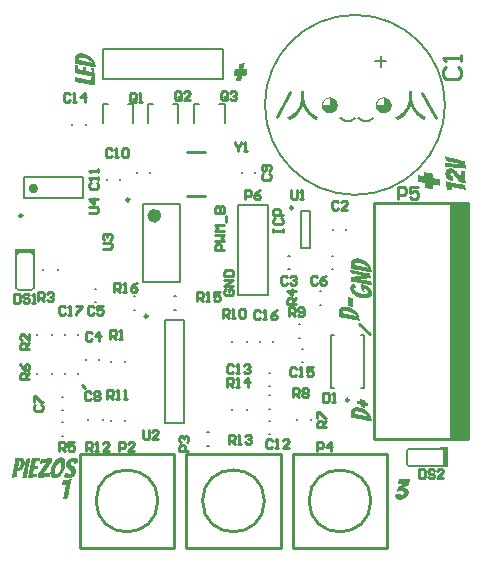
<source format=gto>
%FSLAX25Y25*%
%MOIN*%
G70*
G01*
G75*
G04 Layer_Color=65535*
%ADD10O,0.09843X0.02756*%
%ADD11O,0.02362X0.08661*%
%ADD12R,0.03740X0.05315*%
%ADD13R,0.02000X0.02000*%
%ADD14R,0.04134X0.05512*%
%ADD15R,0.05512X0.04134*%
%ADD16R,0.06300X0.05500*%
%ADD17O,0.06693X0.01378*%
%ADD18R,0.03543X0.02559*%
%ADD19R,0.03543X0.03740*%
%ADD20R,0.03937X0.03937*%
%ADD21R,0.05315X0.03740*%
%ADD22R,0.06102X0.09449*%
%ADD23R,0.03937X0.03937*%
%ADD24C,0.05906*%
%ADD25C,0.01000*%
%ADD26C,0.02000*%
%ADD27C,0.01600*%
%ADD28C,0.03200*%
%ADD29C,0.02800*%
%ADD30C,0.01400*%
%ADD31C,0.10827*%
%ADD32C,0.10000*%
%ADD33R,0.07480X0.10236*%
%ADD34O,0.07480X0.10236*%
%ADD35O,0.09843X0.06693*%
%ADD36R,0.07874X0.07874*%
%ADD37C,0.07874*%
%ADD38R,0.05906X0.05906*%
%ADD39C,0.03400*%
%ADD40C,0.02400*%
%ADD41C,0.05000*%
%ADD42C,0.03150*%
%ADD43C,0.03000*%
%ADD44P,0.02828X4X270.0*%
%ADD45C,0.00984*%
%ADD46C,0.01575*%
%ADD47C,0.02362*%
%ADD48C,0.00800*%
%ADD49C,0.00787*%
%ADD50C,0.00591*%
%ADD51R,0.00730X0.02560*%
%ADD52R,0.06700X0.01800*%
%ADD53R,0.00650X0.02300*%
%ADD54R,0.05906X0.78740*%
%ADD55R,0.02300X0.00650*%
%ADD56R,0.01800X0.06700*%
%ADD57R,0.02560X0.00730*%
G36*
X348303Y258388D02*
X348346Y258381D01*
X348404Y258366D01*
X348477Y258351D01*
X348556Y258330D01*
X348651Y258315D01*
X348759Y258294D01*
X348875Y258272D01*
X348991Y258243D01*
X349252Y258192D01*
X349528Y258141D01*
X349811Y258090D01*
X349803Y257619D01*
Y257612D01*
Y257597D01*
Y257569D01*
Y257532D01*
X349796Y257445D01*
X349789Y257344D01*
X349839D01*
X349876Y257336D01*
X349926D01*
X349985Y257329D01*
X350050Y257322D01*
X350115Y257315D01*
X350282Y257300D01*
X350470Y257271D01*
X350673Y257242D01*
X350884Y257199D01*
X350949Y256082D01*
X350941D01*
X350927Y256089D01*
X350905Y256097D01*
X350876Y256104D01*
X350833Y256111D01*
X350782Y256126D01*
X350724Y256140D01*
X350652Y256155D01*
X350579Y256169D01*
X350492Y256191D01*
X350398Y256213D01*
X350296Y256235D01*
X350180Y256256D01*
X350064Y256278D01*
X349941Y256307D01*
X349803Y256329D01*
Y255575D01*
X349767D01*
X349716Y255582D01*
X349658Y255589D01*
X349586Y255596D01*
X349499Y255604D01*
X349405Y255611D01*
X349303Y255618D01*
X349085Y255640D01*
X348846Y255669D01*
X348622Y255698D01*
X348505Y255720D01*
X348404Y255734D01*
Y255828D01*
Y255836D01*
Y255850D01*
Y255872D01*
Y255901D01*
Y255981D01*
X348397Y256082D01*
Y256206D01*
X348382Y256336D01*
X348375Y256467D01*
X348360Y256597D01*
X348353D01*
X348324Y256604D01*
X348288D01*
X348245Y256611D01*
X348186Y256619D01*
X348121Y256626D01*
X347998Y256648D01*
X347991D01*
X347969Y256655D01*
X347933Y256662D01*
X347889Y256669D01*
X347838Y256677D01*
X347780Y256691D01*
X347643Y256713D01*
X347636D01*
X347614Y256720D01*
X347570Y256728D01*
X347527Y256735D01*
X347469Y256749D01*
X347411Y256756D01*
X347280Y256785D01*
Y256793D01*
Y256822D01*
X347273Y256865D01*
Y256923D01*
X347266Y256989D01*
X347258Y257068D01*
X347251Y257148D01*
X347244Y257242D01*
X347230Y257431D01*
X347215Y257619D01*
X347200Y257706D01*
X347193Y257786D01*
X347186Y257858D01*
X347179Y257924D01*
X347186D01*
X347208Y257916D01*
X347244Y257909D01*
X347295Y257895D01*
X347353Y257880D01*
X347418Y257866D01*
X347570Y257829D01*
X347578D01*
X347606Y257822D01*
X347643Y257815D01*
X347693Y257801D01*
X347759Y257786D01*
X347824Y257771D01*
X347969Y257735D01*
X347976D01*
X347998Y257728D01*
X348042Y257721D01*
X348085Y257706D01*
X348143Y257692D01*
X348208Y257677D01*
X348353Y257648D01*
Y257656D01*
Y257670D01*
X348346Y257699D01*
Y257735D01*
X348339Y257822D01*
X348324Y257916D01*
Y257924D01*
X348317Y257938D01*
Y257967D01*
X348310Y257996D01*
X348303Y258076D01*
X348295Y258170D01*
Y258177D01*
Y258192D01*
X348288Y258214D01*
Y258243D01*
X348281Y258315D01*
X348266Y258395D01*
X348273D01*
X348303Y258388D01*
D02*
G37*
G36*
X369600Y334115D02*
X369687Y334101D01*
X369803Y334072D01*
X369948Y334043D01*
X370108Y333999D01*
X370296Y333970D01*
X370514Y333927D01*
X370746Y333883D01*
X370978Y333825D01*
X371501Y333724D01*
X372052Y333622D01*
X372618Y333521D01*
X372604Y332577D01*
Y332563D01*
Y332534D01*
Y332476D01*
Y332403D01*
X372589Y332229D01*
X372574Y332026D01*
X372676D01*
X372749Y332011D01*
X372850D01*
X372966Y331997D01*
X373097Y331982D01*
X373227Y331968D01*
X373561Y331939D01*
X373938Y331881D01*
X374345Y331823D01*
X374765Y331736D01*
X374896Y329501D01*
X374882D01*
X374852Y329516D01*
X374809Y329530D01*
X374751Y329545D01*
X374664Y329559D01*
X374562Y329588D01*
X374446Y329617D01*
X374301Y329646D01*
X374156Y329675D01*
X373982Y329719D01*
X373793Y329762D01*
X373590Y329806D01*
X373358Y329849D01*
X373126Y329893D01*
X372879Y329951D01*
X372604Y329995D01*
Y328485D01*
X372531D01*
X372429Y328500D01*
X372313Y328515D01*
X372168Y328529D01*
X371994Y328543D01*
X371805Y328558D01*
X371602Y328573D01*
X371167Y328616D01*
X370688Y328674D01*
X370238Y328732D01*
X370006Y328776D01*
X369803Y328805D01*
Y328993D01*
Y329008D01*
Y329037D01*
Y329080D01*
Y329138D01*
Y329298D01*
X369789Y329501D01*
Y329748D01*
X369759Y330009D01*
X369745Y330270D01*
X369716Y330531D01*
X369702D01*
X369643Y330546D01*
X369571D01*
X369484Y330560D01*
X369368Y330575D01*
X369237Y330589D01*
X368990Y330633D01*
X368976D01*
X368932Y330647D01*
X368860Y330662D01*
X368773Y330677D01*
X368671Y330691D01*
X368555Y330720D01*
X368280Y330764D01*
X368265D01*
X368221Y330778D01*
X368134Y330793D01*
X368047Y330807D01*
X367931Y330836D01*
X367815Y330851D01*
X367554Y330909D01*
Y330923D01*
Y330981D01*
X367540Y331068D01*
Y331184D01*
X367525Y331315D01*
X367511Y331474D01*
X367496Y331634D01*
X367481Y331823D01*
X367452Y332200D01*
X367423Y332577D01*
X367394Y332751D01*
X367380Y332911D01*
X367365Y333056D01*
X367351Y333187D01*
X367365D01*
X367409Y333172D01*
X367481Y333158D01*
X367583Y333129D01*
X367699Y333100D01*
X367830Y333071D01*
X368134Y332998D01*
X368149D01*
X368207Y332984D01*
X368280Y332969D01*
X368381Y332940D01*
X368512Y332911D01*
X368642Y332882D01*
X368932Y332809D01*
X368947D01*
X368990Y332795D01*
X369077Y332781D01*
X369165Y332751D01*
X369281Y332722D01*
X369411Y332693D01*
X369702Y332635D01*
Y332650D01*
Y332679D01*
X369687Y332737D01*
Y332809D01*
X369672Y332984D01*
X369643Y333172D01*
Y333187D01*
X369629Y333216D01*
Y333274D01*
X369614Y333332D01*
X369600Y333491D01*
X369585Y333680D01*
Y333695D01*
Y333724D01*
X369571Y333767D01*
Y333825D01*
X369556Y333970D01*
X369527Y334130D01*
X369542D01*
X369600Y334115D01*
D02*
G37*
G36*
X309699Y370305D02*
X309687Y370282D01*
X309676Y370247D01*
X309664Y370200D01*
X309652Y370131D01*
X309629Y370050D01*
X309606Y369957D01*
X309583Y369841D01*
X309560Y369724D01*
X309525Y369585D01*
X309490Y369434D01*
X309455Y369272D01*
X309420Y369086D01*
X309385Y368900D01*
X309339Y368703D01*
X309304Y368482D01*
X310512D01*
Y368471D01*
Y368424D01*
X310500Y368343D01*
X310488Y368250D01*
X310477Y368134D01*
X310465Y367994D01*
X310454Y367844D01*
X310442Y367681D01*
X310407Y367333D01*
X310361Y366950D01*
X310314Y366590D01*
X310279Y366404D01*
X310256Y366241D01*
X309861D01*
X309699Y366230D01*
X309502D01*
X309293Y366207D01*
X309084Y366195D01*
X308875Y366172D01*
Y366160D01*
X308863Y366114D01*
Y366056D01*
X308851Y365986D01*
X308840Y365893D01*
X308828Y365789D01*
X308793Y365591D01*
Y365580D01*
X308782Y365545D01*
X308770Y365487D01*
X308758Y365417D01*
X308747Y365336D01*
X308724Y365243D01*
X308689Y365022D01*
Y365011D01*
X308677Y364976D01*
X308666Y364906D01*
X308654Y364837D01*
X308631Y364744D01*
X308619Y364651D01*
X308573Y364442D01*
X308515D01*
X308445Y364430D01*
X308352D01*
X308248Y364419D01*
X308120Y364407D01*
X307992Y364395D01*
X307841Y364384D01*
X307539Y364361D01*
X307238Y364337D01*
X307098Y364314D01*
X306971Y364303D01*
X306855Y364291D01*
X306750Y364279D01*
Y364291D01*
X306762Y364326D01*
X306773Y364384D01*
X306796Y364465D01*
X306820Y364558D01*
X306843Y364663D01*
X306901Y364906D01*
Y364918D01*
X306912Y364964D01*
X306924Y365022D01*
X306947Y365104D01*
X306971Y365208D01*
X306994Y365313D01*
X307052Y365545D01*
Y365556D01*
X307063Y365591D01*
X307075Y365661D01*
X307098Y365731D01*
X307121Y365824D01*
X307145Y365928D01*
X307191Y366160D01*
X307156D01*
X307110Y366149D01*
X307052D01*
X306912Y366137D01*
X306762Y366114D01*
X306750D01*
X306727Y366102D01*
X306680D01*
X306634Y366090D01*
X306506Y366079D01*
X306355Y366067D01*
X306320D01*
X306286Y366056D01*
X306239D01*
X306123Y366044D01*
X305995Y366021D01*
Y366033D01*
X306007Y366079D01*
X306018Y366149D01*
X306042Y366241D01*
X306065Y366357D01*
X306100Y366485D01*
X306123Y366636D01*
X306158Y366810D01*
X306193Y366996D01*
X306239Y367182D01*
X306320Y367600D01*
X306402Y368041D01*
X306483Y368494D01*
X307238Y368482D01*
X307377D01*
X307516Y368471D01*
X307679Y368459D01*
Y368471D01*
Y368494D01*
Y368540D01*
X307690Y368598D01*
Y368679D01*
X307702Y368772D01*
X307714Y368877D01*
X307725Y368981D01*
X307748Y369248D01*
X307795Y369550D01*
X307841Y369875D01*
X307911Y370212D01*
X309699Y370317D01*
Y370305D01*
D02*
G37*
G36*
X347382Y255734D02*
X347476Y255727D01*
X347585Y255713D01*
X347708Y255698D01*
X347853Y255676D01*
X348005Y255647D01*
X348172Y255611D01*
X348346Y255568D01*
X348527Y255517D01*
X348723Y255451D01*
X348919Y255379D01*
X349122Y255299D01*
X349332Y255205D01*
X349346Y255198D01*
X349383Y255176D01*
X349441Y255147D01*
X349528Y255103D01*
X349622Y255046D01*
X349738Y254980D01*
X349868Y254901D01*
X350006Y254814D01*
X350151Y254712D01*
X350311Y254603D01*
X350463Y254480D01*
X350623Y254349D01*
X350782Y254212D01*
X350941Y254067D01*
X351086Y253907D01*
X351232Y253741D01*
X351239Y253726D01*
X351268Y253697D01*
X351304Y253639D01*
X351355Y253559D01*
X351420Y253465D01*
X351485Y253349D01*
X351565Y253219D01*
X351638Y253074D01*
X351710Y252914D01*
X351790Y252740D01*
X351855Y252559D01*
X351913Y252370D01*
X351971Y252167D01*
X352007Y251957D01*
X352036Y251740D01*
X352044Y251522D01*
Y251515D01*
Y251486D01*
Y251442D01*
X352036Y251384D01*
Y251305D01*
X352022Y251218D01*
X352014Y251116D01*
X352000Y251000D01*
X351986D01*
X351942Y251014D01*
X351877Y251022D01*
X351782Y251044D01*
X351666Y251065D01*
X351521Y251094D01*
X351369Y251123D01*
X351188Y251160D01*
X350992Y251196D01*
X350782Y251239D01*
X350557Y251283D01*
X350325Y251326D01*
X350072Y251377D01*
X349818Y251428D01*
X349550Y251479D01*
X349281Y251529D01*
X348730Y251631D01*
X348165Y251740D01*
X347606Y251841D01*
X347338Y251892D01*
X347070Y251935D01*
X346816Y251979D01*
X346563Y252022D01*
X346330Y252066D01*
X346098Y252102D01*
X345888Y252138D01*
X345692Y252167D01*
X345511Y252196D01*
X345352Y252218D01*
Y252225D01*
Y252240D01*
X345344Y252261D01*
X345337Y252291D01*
X345323Y252370D01*
X345308Y252472D01*
X345286Y252595D01*
X345265Y252733D01*
X345236Y252878D01*
X345214Y253030D01*
Y253037D01*
Y253052D01*
X345207Y253074D01*
X345199Y253102D01*
Y253139D01*
X345192Y253182D01*
X345178Y253298D01*
X345163Y253429D01*
X345156Y253581D01*
X345142Y253741D01*
Y253914D01*
Y253922D01*
Y253936D01*
Y253958D01*
Y253994D01*
X345149Y254038D01*
Y254081D01*
X345163Y254197D01*
X345178Y254328D01*
X345207Y254466D01*
X345250Y254603D01*
X345301Y254741D01*
Y254748D01*
X345308Y254755D01*
X345330Y254799D01*
X345366Y254864D01*
X345417Y254944D01*
X345482Y255038D01*
X345555Y255133D01*
X345642Y255234D01*
X345743Y255321D01*
X345750Y255328D01*
X345765Y255343D01*
X345801Y255357D01*
X345845Y255386D01*
X345896Y255415D01*
X345961Y255451D01*
X346041Y255495D01*
X346128Y255531D01*
X346229Y255568D01*
X346338Y255611D01*
X346461Y255647D01*
X346591Y255676D01*
X346729Y255705D01*
X346882Y255727D01*
X347041Y255734D01*
X347208Y255742D01*
X347309D01*
X347382Y255734D01*
D02*
G37*
G36*
X241737Y238916D02*
X241729Y238888D01*
X241715Y238844D01*
X241701Y238793D01*
X241679Y238735D01*
X241664Y238663D01*
X241628Y238518D01*
Y238510D01*
X241621Y238481D01*
X241614Y238445D01*
X241599Y238394D01*
X241584Y238336D01*
X241570Y238271D01*
X241534Y238126D01*
Y238119D01*
X241527Y238097D01*
X241519Y238054D01*
X241512Y238010D01*
X241483Y237901D01*
X241461Y237786D01*
X241447D01*
X241410Y237778D01*
X241353D01*
X241266Y237771D01*
X241157Y237764D01*
X241034D01*
X240881Y237756D01*
X240076D01*
X239750Y236067D01*
X239801D01*
X239837Y236074D01*
X239924D01*
X240040Y236082D01*
X240178Y236089D01*
X240316Y236096D01*
X240461Y236104D01*
X240649D01*
X240707Y236111D01*
X240773D01*
X240852Y236118D01*
X240925D01*
X240983Y236125D01*
X241034D01*
Y236111D01*
X241026Y236082D01*
X241019Y236024D01*
X241012Y235959D01*
X240997Y235879D01*
X240990Y235792D01*
X240961Y235603D01*
Y235589D01*
X240954Y235560D01*
X240947Y235509D01*
X240939Y235444D01*
X240932Y235371D01*
X240917Y235284D01*
X240903Y235190D01*
X240889Y235088D01*
X240845D01*
X240809Y235081D01*
X240715D01*
X240649Y235074D01*
X240490D01*
X240439Y235067D01*
X240294D01*
X240127Y235059D01*
X240040D01*
X239982Y235052D01*
X239815D01*
X239721Y235045D01*
X239620D01*
X239301Y233305D01*
X240664Y233530D01*
X240577Y232457D01*
X237539Y231993D01*
X238764Y238670D01*
X241737Y238924D01*
Y238916D01*
D02*
G37*
G36*
X238344Y238801D02*
Y238793D01*
X238336Y238772D01*
X238329Y238750D01*
X238315Y238677D01*
X238300Y238576D01*
X238271Y238453D01*
X238249Y238307D01*
X238213Y238141D01*
X238177Y237960D01*
X238141Y237756D01*
X238097Y237532D01*
X238047Y237300D01*
X238003Y237053D01*
X237952Y236800D01*
X237901Y236531D01*
X237793Y235987D01*
X237684Y235422D01*
X237575Y234849D01*
X237467Y234298D01*
X237416Y234030D01*
X237365Y233769D01*
X237321Y233515D01*
X237278Y233276D01*
X237234Y233051D01*
X237191Y232841D01*
X237162Y232645D01*
X237126Y232471D01*
X237097Y232312D01*
X237075Y232181D01*
X237024D01*
X236959Y232174D01*
X236865D01*
X236807Y232167D01*
X236741Y232159D01*
X236669Y232152D01*
X236589Y232145D01*
X236502Y232138D01*
X236401Y232123D01*
X236299Y232109D01*
X236183Y232094D01*
X236154D01*
X236125Y232087D01*
X236082Y232080D01*
X236038Y232072D01*
X235980Y232065D01*
X235864Y232051D01*
X235748Y232036D01*
X235647Y232022D01*
X235603D01*
X235567Y232014D01*
X235545Y232007D01*
X235538D01*
Y232022D01*
X235553Y232058D01*
X235567Y232116D01*
X235589Y232196D01*
X235611Y232290D01*
X235640Y232413D01*
X235676Y232544D01*
X235712Y232696D01*
X235748Y232863D01*
X235792Y233044D01*
X235835Y233232D01*
X235886Y233436D01*
X235929Y233646D01*
X235980Y233871D01*
X236074Y234327D01*
Y234334D01*
X236082Y234364D01*
X236089Y234400D01*
X236096Y234451D01*
X236111Y234523D01*
X236125Y234603D01*
X236147Y234697D01*
X236169Y234799D01*
X236191Y234914D01*
X236212Y235038D01*
X236241Y235168D01*
X236263Y235306D01*
X236328Y235611D01*
X236386Y235937D01*
X236452Y236278D01*
X236517Y236626D01*
X236589Y236981D01*
X236654Y237329D01*
X236720Y237669D01*
X236778Y237996D01*
X236828Y238300D01*
X236858Y238445D01*
X236879Y238576D01*
X238344Y238808D01*
Y238801D01*
D02*
G37*
G36*
X248632Y239018D02*
X248682D01*
X248747Y239003D01*
X248820Y238989D01*
X248900Y238974D01*
X248987Y238946D01*
X249081Y238916D01*
X249168Y238873D01*
X249262Y238822D01*
X249357Y238764D01*
X249451Y238692D01*
X249531Y238605D01*
X249610Y238510D01*
X249683Y238402D01*
Y238394D01*
X249697Y238380D01*
X249712Y238351D01*
X249726Y238307D01*
X249748Y238249D01*
X249777Y238184D01*
X249799Y238112D01*
X249828Y238018D01*
X249857Y237916D01*
X249879Y237807D01*
X249907Y237677D01*
X249929Y237539D01*
X249944Y237394D01*
X249958Y237234D01*
X249973Y237060D01*
Y236872D01*
Y236865D01*
Y236843D01*
Y236814D01*
Y236771D01*
X249966Y236720D01*
Y236654D01*
X249958Y236582D01*
X249951Y236502D01*
X249944Y236415D01*
X249929Y236321D01*
X249900Y236111D01*
X249864Y235872D01*
X249806Y235625D01*
Y235618D01*
X249799Y235596D01*
X249792Y235560D01*
X249777Y235509D01*
X249763Y235451D01*
X249741Y235379D01*
X249719Y235306D01*
X249690Y235219D01*
X249632Y235023D01*
X249552Y234813D01*
X249472Y234595D01*
X249371Y234378D01*
Y234371D01*
X249357Y234356D01*
X249342Y234320D01*
X249320Y234284D01*
X249299Y234233D01*
X249262Y234175D01*
X249226Y234110D01*
X249190Y234037D01*
X249096Y233885D01*
X248987Y233711D01*
X248864Y233537D01*
X248733Y233363D01*
X248726Y233356D01*
X248719Y233341D01*
X248697Y233319D01*
X248668Y233291D01*
X248595Y233204D01*
X248501Y233102D01*
X248392Y232979D01*
X248262Y232856D01*
X248124Y232725D01*
X247979Y232602D01*
X247972Y232594D01*
X247943Y232573D01*
X247899Y232544D01*
X247841Y232500D01*
X247769Y232457D01*
X247682Y232399D01*
X247580Y232341D01*
X247479Y232283D01*
X247363Y232225D01*
X247239Y232167D01*
X247109Y232109D01*
X246971Y232065D01*
X246833Y232022D01*
X246696Y231993D01*
X246551Y231971D01*
X246413Y231964D01*
X246355D01*
X246311Y231971D01*
X246253Y231978D01*
X246196Y231985D01*
X246051Y232022D01*
X245891Y232072D01*
X245804Y232116D01*
X245724Y232159D01*
X245637Y232210D01*
X245557Y232268D01*
X245485Y232341D01*
X245412Y232420D01*
X245405Y232428D01*
X245398Y232442D01*
X245376Y232471D01*
X245347Y232515D01*
X245318Y232565D01*
X245282Y232631D01*
X245246Y232703D01*
X245210Y232790D01*
X245173Y232892D01*
X245137Y233000D01*
X245101Y233117D01*
X245072Y233247D01*
X245043Y233392D01*
X245021Y233544D01*
X245014Y233711D01*
X245006Y233885D01*
Y233899D01*
Y233936D01*
Y233994D01*
X245014Y234066D01*
X245021Y234168D01*
X245036Y234284D01*
X245050Y234414D01*
X245064Y234559D01*
X245093Y234726D01*
X245123Y234900D01*
X245166Y235088D01*
X245210Y235284D01*
X245268Y235487D01*
X245333Y235705D01*
X245405Y235922D01*
X245492Y236147D01*
X245499Y236161D01*
X245514Y236198D01*
X245543Y236263D01*
X245579Y236350D01*
X245630Y236452D01*
X245688Y236575D01*
X245753Y236705D01*
X245833Y236850D01*
X245920Y237010D01*
X246014Y237169D01*
X246123Y237336D01*
X246239Y237510D01*
X246355Y237677D01*
X246485Y237843D01*
X246623Y238010D01*
X246768Y238162D01*
X246776Y238170D01*
X246804Y238199D01*
X246855Y238242D01*
X246913Y238300D01*
X246993Y238366D01*
X247087Y238438D01*
X247196Y238510D01*
X247312Y238597D01*
X247443Y238677D01*
X247580Y238750D01*
X247732Y238822D01*
X247885Y238888D01*
X248044Y238946D01*
X248211Y238989D01*
X248385Y239018D01*
X248559Y239025D01*
X248595D01*
X248632Y239018D01*
D02*
G37*
G36*
X234951Y238924D02*
X235001D01*
X235118Y238916D01*
X235248Y238895D01*
X235379Y238873D01*
X235509Y238837D01*
X235625Y238786D01*
X235640Y238779D01*
X235676Y238764D01*
X235726Y238728D01*
X235792Y238685D01*
X235864Y238634D01*
X235944Y238568D01*
X236024Y238496D01*
X236096Y238409D01*
X236104Y238402D01*
X236111Y238387D01*
X236125Y238366D01*
X236147Y238329D01*
X236169Y238286D01*
X236198Y238228D01*
X236227Y238170D01*
X236263Y238090D01*
X236292Y238010D01*
X236321Y237916D01*
X236350Y237814D01*
X236372Y237706D01*
X236393Y237582D01*
X236408Y237452D01*
X236422Y237314D01*
Y237162D01*
Y237155D01*
Y237140D01*
Y237111D01*
Y237075D01*
X236415Y237024D01*
Y236974D01*
X236408Y236908D01*
X236401Y236843D01*
X236372Y236684D01*
X236343Y236517D01*
X236292Y236335D01*
X236227Y236147D01*
Y236140D01*
X236220Y236125D01*
X236205Y236096D01*
X236191Y236067D01*
X236176Y236024D01*
X236147Y235973D01*
X236089Y235850D01*
X236017Y235719D01*
X235929Y235567D01*
X235828Y235415D01*
X235712Y235270D01*
Y235262D01*
X235698Y235255D01*
X235683Y235233D01*
X235654Y235205D01*
X235589Y235139D01*
X235502Y235052D01*
X235393Y234958D01*
X235262Y234857D01*
X235125Y234755D01*
X234973Y234668D01*
X234965D01*
X234951Y234661D01*
X234929Y234646D01*
X234900Y234632D01*
X234864Y234617D01*
X234813Y234595D01*
X234704Y234559D01*
X234574Y234516D01*
X234429Y234479D01*
X234269Y234451D01*
X234103Y234443D01*
X234001D01*
Y234436D01*
X233994Y234407D01*
X233986Y234364D01*
X233972Y234306D01*
X233958Y234226D01*
X233936Y234132D01*
X233914Y234015D01*
X233892Y233892D01*
X233863Y233747D01*
X233834Y233588D01*
X233798Y233414D01*
X233769Y233218D01*
X233733Y233015D01*
X233697Y232798D01*
X233660Y232558D01*
X233624Y232312D01*
X232007Y231993D01*
Y232007D01*
X232022Y232044D01*
X232029Y232101D01*
X232051Y232181D01*
X232072Y232283D01*
X232101Y232406D01*
X232131Y232544D01*
X232159Y232696D01*
X232203Y232870D01*
X232239Y233059D01*
X232283Y233254D01*
X232326Y233472D01*
X232377Y233697D01*
X232428Y233928D01*
X232478Y234175D01*
X232529Y234429D01*
X232638Y234951D01*
X232747Y235494D01*
X232856Y236046D01*
X232964Y236596D01*
X233066Y237140D01*
X233160Y237669D01*
X233204Y237923D01*
X233247Y238170D01*
X233283Y238409D01*
X233319Y238634D01*
X233334D01*
X233363Y238648D01*
X233414Y238663D01*
X233486Y238677D01*
X233566Y238706D01*
X233667Y238728D01*
X233769Y238757D01*
X233885Y238786D01*
X234132Y238837D01*
X234378Y238888D01*
X234501Y238902D01*
X234617Y238916D01*
X234726Y238931D01*
X234914D01*
X234951Y238924D01*
D02*
G37*
G36*
X253127Y365842D02*
X253170Y365827D01*
X253243Y365813D01*
X253323Y365791D01*
X253424Y365770D01*
X253533Y365740D01*
X253663Y365711D01*
X253801Y365683D01*
X253946Y365646D01*
X254106Y365610D01*
X254273Y365574D01*
X254621Y365494D01*
X254997Y365407D01*
X255375Y365320D01*
X255759Y365233D01*
X256129Y365153D01*
X256484Y365073D01*
X256650Y365037D01*
X256810Y365001D01*
X256962Y364972D01*
X257100Y364943D01*
X257223Y364914D01*
X257339Y364892D01*
X257441Y364871D01*
X257528Y364856D01*
X257535D01*
X257564Y364849D01*
X257608Y364842D01*
X257658Y364834D01*
X257731Y364820D01*
X257803Y364805D01*
X257890Y364791D01*
X257984Y364776D01*
X258173Y364747D01*
X258362Y364718D01*
X258456Y364704D01*
X258536Y364689D01*
X258615Y364675D01*
X258681Y364668D01*
Y364675D01*
Y364682D01*
Y364704D01*
X258673Y364733D01*
Y364769D01*
Y364812D01*
X258666Y364863D01*
Y364921D01*
Y364986D01*
X258659Y365059D01*
Y365226D01*
X258651Y365422D01*
Y365639D01*
X258666D01*
X258710Y365646D01*
X258775D01*
X258862Y365653D01*
X258956Y365661D01*
X259050Y365675D01*
X259152Y365683D01*
X259239Y365697D01*
X259246D01*
X259275Y365704D01*
X259318Y365711D01*
X259362Y365719D01*
X259471Y365733D01*
X259529Y365740D01*
X259572Y365748D01*
X259587D01*
X259630Y365755D01*
X259674Y365762D01*
X259710Y365770D01*
X259703Y365487D01*
Y365479D01*
Y365443D01*
Y365392D01*
Y365320D01*
X259710Y365233D01*
Y365131D01*
X259717Y365016D01*
X259724Y364885D01*
X259732Y364747D01*
X259746Y364595D01*
X259761Y364436D01*
X259775Y364269D01*
X259819Y363921D01*
X259877Y363565D01*
Y363551D01*
X259891Y363515D01*
X259898Y363457D01*
X259920Y363377D01*
X259942Y363290D01*
X259964Y363196D01*
X260015Y363000D01*
X259993D01*
X259971Y363007D01*
X259935D01*
X259898Y363015D01*
X259848Y363022D01*
X259790Y363029D01*
X259724Y363043D01*
X259645Y363051D01*
X259565Y363065D01*
X259384Y363087D01*
X259173Y363116D01*
X258934Y363152D01*
X258681Y363196D01*
X258405Y363239D01*
X258108Y363283D01*
X257803Y363334D01*
X257477Y363391D01*
X257143Y363450D01*
X256803Y363515D01*
X256455Y363580D01*
X256448D01*
X256433Y363587D01*
X256404D01*
X256375Y363595D01*
X256324Y363602D01*
X256274Y363616D01*
X256208Y363631D01*
X256143Y363638D01*
X256063Y363652D01*
X255983Y363674D01*
X255795Y363710D01*
X255585Y363747D01*
X255360Y363790D01*
X255121Y363841D01*
X254867Y363892D01*
X254606Y363943D01*
X254338Y363993D01*
X253808Y364095D01*
X253555Y364145D01*
X253308Y364196D01*
X253083Y365849D01*
X253091D01*
X253127Y365842D01*
D02*
G37*
G36*
X253113Y369989D02*
X253156Y369974D01*
X253207Y369960D01*
X253265Y369938D01*
X253337Y369924D01*
X253482Y369887D01*
X253489D01*
X253519Y369880D01*
X253555Y369873D01*
X253606Y369859D01*
X253663Y369844D01*
X253729Y369830D01*
X253874Y369793D01*
X253881D01*
X253903Y369786D01*
X253946Y369779D01*
X253990Y369772D01*
X254099Y369742D01*
X254215Y369721D01*
Y369706D01*
X254222Y369670D01*
Y369612D01*
X254229Y369525D01*
X254236Y369416D01*
Y369293D01*
X254243Y369141D01*
Y368974D01*
Y368336D01*
X255933Y368010D01*
Y368017D01*
Y368032D01*
Y368060D01*
X255925Y368097D01*
Y368133D01*
Y368184D01*
X255918Y368300D01*
X255911Y368438D01*
X255904Y368575D01*
X255896Y368720D01*
Y368851D01*
Y368858D01*
Y368865D01*
Y368909D01*
X255889Y368967D01*
Y369032D01*
X255882Y369112D01*
Y369184D01*
X255875Y369242D01*
Y369293D01*
X255889D01*
X255918Y369286D01*
X255976Y369279D01*
X256042Y369271D01*
X256121Y369257D01*
X256208Y369250D01*
X256397Y369220D01*
X256411D01*
X256440Y369213D01*
X256491Y369206D01*
X256556Y369199D01*
X256629Y369192D01*
X256716Y369177D01*
X256810Y369163D01*
X256911Y369148D01*
Y369141D01*
Y369126D01*
Y369105D01*
X256919Y369068D01*
Y369025D01*
Y368974D01*
X256926Y368909D01*
Y368829D01*
Y368822D01*
Y368793D01*
Y368749D01*
X256933Y368699D01*
Y368626D01*
Y368553D01*
X256941Y368387D01*
Y368379D01*
Y368351D01*
Y368300D01*
X256948Y368242D01*
Y368162D01*
Y368075D01*
X256955Y367981D01*
Y367879D01*
X258695Y367560D01*
X258470Y368923D01*
X259543Y368836D01*
X260007Y365798D01*
X253330Y367024D01*
X253076Y369996D01*
X253083D01*
X253113Y369989D01*
D02*
G37*
G36*
X343382Y289234D02*
X343476Y289227D01*
X343585Y289212D01*
X343708Y289198D01*
X343853Y289176D01*
X344005Y289147D01*
X344172Y289111D01*
X344346Y289068D01*
X344527Y289017D01*
X344723Y288951D01*
X344919Y288879D01*
X345122Y288799D01*
X345332Y288705D01*
X345346Y288698D01*
X345383Y288676D01*
X345441Y288647D01*
X345528Y288603D01*
X345622Y288545D01*
X345738Y288480D01*
X345868Y288401D01*
X346006Y288314D01*
X346151Y288212D01*
X346311Y288103D01*
X346463Y287980D01*
X346622Y287849D01*
X346782Y287712D01*
X346941Y287567D01*
X347087Y287407D01*
X347232Y287241D01*
X347239Y287226D01*
X347268Y287197D01*
X347304Y287139D01*
X347355Y287059D01*
X347420Y286965D01*
X347485Y286849D01*
X347565Y286719D01*
X347638Y286574D01*
X347710Y286414D01*
X347790Y286240D01*
X347855Y286059D01*
X347913Y285870D01*
X347971Y285667D01*
X348007Y285457D01*
X348036Y285240D01*
X348043Y285022D01*
Y285015D01*
Y284986D01*
Y284942D01*
X348036Y284884D01*
Y284805D01*
X348022Y284717D01*
X348014Y284616D01*
X348000Y284500D01*
X347986D01*
X347942Y284514D01*
X347877Y284522D01*
X347782Y284543D01*
X347667Y284565D01*
X347521Y284594D01*
X347369Y284623D01*
X347188Y284660D01*
X346992Y284696D01*
X346782Y284739D01*
X346557Y284783D01*
X346325Y284826D01*
X346072Y284877D01*
X345818Y284928D01*
X345550Y284979D01*
X345281Y285029D01*
X344730Y285131D01*
X344165Y285240D01*
X343606Y285341D01*
X343338Y285392D01*
X343070Y285435D01*
X342816Y285479D01*
X342563Y285522D01*
X342331Y285566D01*
X342098Y285602D01*
X341888Y285638D01*
X341692Y285667D01*
X341511Y285696D01*
X341352Y285718D01*
Y285725D01*
Y285740D01*
X341344Y285761D01*
X341337Y285790D01*
X341323Y285870D01*
X341308Y285972D01*
X341286Y286095D01*
X341265Y286233D01*
X341236Y286378D01*
X341214Y286530D01*
Y286537D01*
Y286552D01*
X341207Y286574D01*
X341199Y286602D01*
Y286639D01*
X341192Y286682D01*
X341178Y286798D01*
X341163Y286929D01*
X341156Y287081D01*
X341142Y287241D01*
Y287415D01*
Y287422D01*
Y287436D01*
Y287458D01*
Y287494D01*
X341149Y287538D01*
Y287581D01*
X341163Y287697D01*
X341178Y287828D01*
X341207Y287965D01*
X341250Y288103D01*
X341301Y288241D01*
Y288248D01*
X341308Y288256D01*
X341330Y288299D01*
X341366Y288364D01*
X341417Y288444D01*
X341482Y288538D01*
X341555Y288632D01*
X341642Y288734D01*
X341743Y288821D01*
X341751Y288828D01*
X341765Y288843D01*
X341801Y288857D01*
X341845Y288886D01*
X341896Y288915D01*
X341961Y288951D01*
X342040Y288995D01*
X342127Y289031D01*
X342229Y289068D01*
X342338Y289111D01*
X342461Y289147D01*
X342592Y289176D01*
X342729Y289205D01*
X342881Y289227D01*
X343041Y289234D01*
X343208Y289242D01*
X343309D01*
X343382Y289234D01*
D02*
G37*
G36*
X345767Y292040D02*
Y292025D01*
Y291982D01*
Y291917D01*
X345760Y291830D01*
Y291728D01*
X345753Y291605D01*
Y291482D01*
X345745Y291344D01*
Y291069D01*
X345738Y290931D01*
Y290800D01*
X345731Y290684D01*
Y290576D01*
Y290489D01*
Y290423D01*
Y290416D01*
Y290402D01*
Y290372D01*
Y290336D01*
Y290293D01*
Y290242D01*
Y290119D01*
Y289988D01*
X345738Y289843D01*
Y289698D01*
X345745Y289568D01*
Y289553D01*
Y289510D01*
Y289452D01*
Y289372D01*
X345753Y289285D01*
Y289191D01*
Y289089D01*
Y288995D01*
X344092Y289444D01*
Y289459D01*
Y289488D01*
Y289539D01*
X344099Y289611D01*
Y289691D01*
X344107Y289785D01*
Y289879D01*
Y289988D01*
X344114Y290206D01*
X344121Y290315D01*
Y290416D01*
X344128Y290510D01*
Y290597D01*
Y290670D01*
Y290728D01*
Y290735D01*
Y290771D01*
Y290815D01*
Y290880D01*
Y290960D01*
Y291054D01*
X344121Y291156D01*
Y291271D01*
Y291395D01*
Y291518D01*
X344107Y291793D01*
X344099Y292076D01*
X344085Y292359D01*
X345767Y292040D01*
D02*
G37*
G36*
X345004Y301519D02*
X345069Y301512D01*
X345156Y301490D01*
X345257Y301468D01*
X345388Y301439D01*
X345533Y301411D01*
X345700Y301374D01*
X345881Y301331D01*
X346077Y301294D01*
X346287Y301251D01*
X346504Y301200D01*
X346737Y301157D01*
X346983Y301106D01*
X347230Y301055D01*
X347491Y300997D01*
X348020Y300896D01*
X348564Y300787D01*
X349107Y300686D01*
X349644Y300584D01*
X349905Y300533D01*
X350159Y300490D01*
X350412Y300446D01*
X350652Y300410D01*
X350876Y300374D01*
X351094Y300338D01*
X351304Y300308D01*
X351493Y300287D01*
Y300279D01*
Y300258D01*
X351500Y300221D01*
X351507Y300185D01*
X351514Y300149D01*
X351521Y300106D01*
X351529Y300055D01*
X351543Y299990D01*
X351558Y299917D01*
X351579Y299837D01*
X351601Y299743D01*
X351623Y299641D01*
X351652Y299525D01*
Y299518D01*
X351659Y299497D01*
X351666Y299467D01*
X351674Y299424D01*
X351688Y299373D01*
X351703Y299315D01*
X351732Y299185D01*
X351768Y299054D01*
X351797Y298931D01*
X351812Y298873D01*
X351826Y298822D01*
X351840Y298786D01*
X351848Y298757D01*
X351833D01*
X351797Y298750D01*
X351732D01*
X351645Y298743D01*
X351543Y298728D01*
X351427Y298721D01*
X351297Y298706D01*
X351159Y298699D01*
X350869Y298670D01*
X350572Y298641D01*
X350427Y298626D01*
X350296Y298612D01*
X350166Y298598D01*
X350057Y298583D01*
X350035D01*
X350006Y298576D01*
X349963D01*
X349919Y298569D01*
X349861Y298561D01*
X349738Y298547D01*
X349600Y298532D01*
X349455Y298511D01*
X349325Y298496D01*
X349201Y298481D01*
X349180D01*
X349158Y298474D01*
X349129D01*
X349093Y298467D01*
X349049D01*
X348933Y298452D01*
X348796Y298431D01*
X348636Y298409D01*
X348455Y298387D01*
X348252Y298351D01*
X348259D01*
X348281Y298344D01*
X348317Y298337D01*
X348368Y298329D01*
X348433Y298322D01*
X348505Y298307D01*
X348585Y298293D01*
X348672Y298278D01*
X348679D01*
X348716Y298271D01*
X348759Y298264D01*
X348825Y298250D01*
X348904Y298235D01*
X348991Y298220D01*
X349093Y298206D01*
X349194Y298184D01*
X349201D01*
X349238Y298177D01*
X349289Y298170D01*
X349361Y298155D01*
X349448Y298141D01*
X349564Y298119D01*
X349694Y298097D01*
X349839Y298076D01*
X350013Y298046D01*
X350202Y298010D01*
X350412Y297974D01*
X350637Y297931D01*
X350884Y297887D01*
X351145Y297836D01*
X351427Y297785D01*
X351732Y297727D01*
X352044Y296350D01*
X352029D01*
X351986Y296364D01*
X351913Y296379D01*
X351819Y296393D01*
X351703Y296415D01*
X351565Y296444D01*
X351406Y296480D01*
X351224Y296510D01*
X351028Y296553D01*
X350811Y296597D01*
X350586Y296640D01*
X350347Y296684D01*
X350093Y296734D01*
X349832Y296785D01*
X349564Y296836D01*
X349289Y296886D01*
X348716Y296988D01*
X348143Y297097D01*
X347570Y297198D01*
X347012Y297292D01*
X346744Y297336D01*
X346490Y297379D01*
X346236Y297416D01*
X345997Y297452D01*
X345772Y297488D01*
X345562Y297517D01*
X345366Y297539D01*
X345192Y297561D01*
Y297575D01*
Y297611D01*
X345185Y297670D01*
Y297742D01*
X345178Y297829D01*
X345170Y297916D01*
X345156Y298112D01*
Y298126D01*
X345149Y298155D01*
Y298206D01*
X345142Y298271D01*
X345134Y298351D01*
Y298438D01*
X345120Y298626D01*
Y298641D01*
Y298670D01*
X345112Y298721D01*
Y298779D01*
X345105Y298851D01*
X345098Y298924D01*
X345083Y299076D01*
X345091D01*
X345112Y299083D01*
X345156Y299091D01*
X345207Y299098D01*
X345265Y299105D01*
X345337Y299119D01*
X345417Y299127D01*
X345504Y299141D01*
X345692Y299170D01*
X345896Y299206D01*
X346098Y299236D01*
X346287Y299265D01*
X346294D01*
X346309Y299272D01*
X346330D01*
X346367Y299279D01*
X346403Y299286D01*
X346454Y299293D01*
X346563Y299308D01*
X346686Y299330D01*
X346816Y299352D01*
X346939Y299373D01*
X347063Y299395D01*
X347077D01*
X347113Y299402D01*
X347171Y299417D01*
X347244Y299424D01*
X347338Y299439D01*
X347432Y299453D01*
X347643Y299489D01*
X347650D01*
X347664Y299497D01*
X347701D01*
X347737Y299504D01*
X347788Y299511D01*
X347846Y299525D01*
X347976Y299547D01*
X348136Y299576D01*
X348303Y299612D01*
X348469Y299649D01*
X348636Y299685D01*
X348629D01*
X348600Y299692D01*
X348564Y299699D01*
X348505Y299707D01*
X348440Y299721D01*
X348360Y299736D01*
X348281Y299750D01*
X348186Y299765D01*
X348172D01*
X348143Y299772D01*
X348092Y299779D01*
X348020Y299794D01*
X347940Y299808D01*
X347853Y299823D01*
X347751Y299837D01*
X347643Y299859D01*
X347628D01*
X347592Y299866D01*
X347534Y299881D01*
X347462Y299895D01*
X347375Y299917D01*
X347273Y299939D01*
X347164Y299960D01*
X347056Y299982D01*
X347041D01*
X347005Y299997D01*
X346939Y300011D01*
X346845Y300026D01*
X346737Y300047D01*
X346606Y300077D01*
X346454Y300106D01*
X346287Y300142D01*
X346280D01*
X346265Y300149D01*
X346236D01*
X346200Y300164D01*
X346157Y300171D01*
X346098Y300185D01*
X346033Y300192D01*
X345961Y300214D01*
X345874Y300229D01*
X345787Y300243D01*
X345685Y300265D01*
X345584Y300287D01*
X345344Y300338D01*
X345091Y300388D01*
X344953Y301534D01*
X344968D01*
X345004Y301519D01*
D02*
G37*
G36*
X347382Y305326D02*
X347476Y305318D01*
X347585Y305304D01*
X347708Y305289D01*
X347853Y305268D01*
X348005Y305239D01*
X348172Y305202D01*
X348346Y305159D01*
X348527Y305108D01*
X348723Y305043D01*
X348919Y304970D01*
X349122Y304890D01*
X349332Y304796D01*
X349346Y304789D01*
X349383Y304767D01*
X349441Y304738D01*
X349528Y304695D01*
X349622Y304637D01*
X349738Y304572D01*
X349868Y304492D01*
X350006Y304405D01*
X350151Y304303D01*
X350311Y304194D01*
X350463Y304071D01*
X350623Y303941D01*
X350782Y303803D01*
X350941Y303658D01*
X351086Y303499D01*
X351232Y303332D01*
X351239Y303317D01*
X351268Y303288D01*
X351304Y303230D01*
X351355Y303151D01*
X351420Y303056D01*
X351485Y302940D01*
X351565Y302810D01*
X351638Y302665D01*
X351710Y302505D01*
X351790Y302331D01*
X351855Y302150D01*
X351913Y301961D01*
X351971Y301759D01*
X352007Y301548D01*
X352036Y301331D01*
X352044Y301113D01*
Y301106D01*
Y301077D01*
Y301033D01*
X352036Y300975D01*
Y300896D01*
X352022Y300809D01*
X352014Y300707D01*
X352000Y300591D01*
X351986D01*
X351942Y300606D01*
X351877Y300613D01*
X351782Y300635D01*
X351666Y300657D01*
X351521Y300686D01*
X351369Y300714D01*
X351188Y300751D01*
X350992Y300787D01*
X350782Y300831D01*
X350557Y300874D01*
X350325Y300918D01*
X350072Y300968D01*
X349818Y301019D01*
X349550Y301070D01*
X349281Y301120D01*
X348730Y301222D01*
X348165Y301331D01*
X347606Y301432D01*
X347338Y301483D01*
X347070Y301526D01*
X346816Y301570D01*
X346563Y301613D01*
X346330Y301657D01*
X346098Y301693D01*
X345888Y301729D01*
X345692Y301759D01*
X345511Y301787D01*
X345352Y301809D01*
Y301817D01*
Y301831D01*
X345344Y301853D01*
X345337Y301882D01*
X345323Y301961D01*
X345308Y302063D01*
X345286Y302186D01*
X345265Y302324D01*
X345236Y302469D01*
X345214Y302621D01*
Y302628D01*
Y302643D01*
X345207Y302665D01*
X345199Y302694D01*
Y302730D01*
X345192Y302773D01*
X345178Y302889D01*
X345163Y303020D01*
X345156Y303172D01*
X345142Y303332D01*
Y303506D01*
Y303513D01*
Y303527D01*
Y303549D01*
Y303586D01*
X345149Y303629D01*
Y303673D01*
X345163Y303788D01*
X345178Y303919D01*
X345207Y304057D01*
X345250Y304194D01*
X345301Y304332D01*
Y304340D01*
X345308Y304347D01*
X345330Y304390D01*
X345366Y304455D01*
X345417Y304535D01*
X345482Y304629D01*
X345555Y304724D01*
X345642Y304825D01*
X345743Y304912D01*
X345750Y304920D01*
X345765Y304934D01*
X345801Y304948D01*
X345845Y304977D01*
X345896Y305007D01*
X345961Y305043D01*
X346041Y305086D01*
X346128Y305122D01*
X346229Y305159D01*
X346338Y305202D01*
X346461Y305239D01*
X346591Y305268D01*
X346729Y305296D01*
X346882Y305318D01*
X347041Y305326D01*
X347208Y305333D01*
X347309D01*
X347382Y305326D01*
D02*
G37*
G36*
X255382Y373701D02*
X255476Y373694D01*
X255585Y373679D01*
X255708Y373665D01*
X255853Y373643D01*
X256005Y373614D01*
X256172Y373578D01*
X256346Y373534D01*
X256527Y373483D01*
X256723Y373418D01*
X256919Y373346D01*
X257122Y373266D01*
X257332Y373172D01*
X257347Y373165D01*
X257383Y373143D01*
X257441Y373114D01*
X257528Y373070D01*
X257622Y373012D01*
X257738Y372947D01*
X257869Y372867D01*
X258006Y372780D01*
X258151Y372679D01*
X258311Y372570D01*
X258463Y372447D01*
X258623Y372316D01*
X258782Y372179D01*
X258942Y372034D01*
X259086Y371874D01*
X259231Y371707D01*
X259239Y371693D01*
X259268Y371664D01*
X259304Y371606D01*
X259355Y371526D01*
X259420Y371432D01*
X259485Y371316D01*
X259565Y371185D01*
X259637Y371040D01*
X259710Y370881D01*
X259790Y370707D01*
X259855Y370526D01*
X259913Y370337D01*
X259971Y370134D01*
X260007Y369924D01*
X260036Y369706D01*
X260044Y369489D01*
Y369481D01*
Y369453D01*
Y369409D01*
X260036Y369351D01*
Y369271D01*
X260022Y369184D01*
X260015Y369083D01*
X260000Y368967D01*
X259985D01*
X259942Y368981D01*
X259877Y368988D01*
X259783Y369010D01*
X259666Y369032D01*
X259522Y369061D01*
X259369Y369090D01*
X259188Y369126D01*
X258992Y369163D01*
X258782Y369206D01*
X258557Y369250D01*
X258325Y369293D01*
X258071Y369344D01*
X257818Y369394D01*
X257550Y369445D01*
X257281Y369496D01*
X256730Y369598D01*
X256165Y369706D01*
X255607Y369808D01*
X255338Y369859D01*
X255070Y369902D01*
X254816Y369946D01*
X254562Y369989D01*
X254330Y370033D01*
X254099Y370069D01*
X253888Y370105D01*
X253693Y370134D01*
X253511Y370163D01*
X253352Y370185D01*
Y370192D01*
Y370206D01*
X253344Y370228D01*
X253337Y370257D01*
X253323Y370337D01*
X253308Y370439D01*
X253287Y370562D01*
X253265Y370700D01*
X253236Y370845D01*
X253214Y370997D01*
Y371004D01*
Y371019D01*
X253207Y371040D01*
X253200Y371069D01*
Y371106D01*
X253192Y371149D01*
X253178Y371265D01*
X253163Y371395D01*
X253156Y371548D01*
X253141Y371707D01*
Y371881D01*
Y371888D01*
Y371903D01*
Y371925D01*
Y371961D01*
X253149Y372005D01*
Y372048D01*
X253163Y372164D01*
X253178Y372294D01*
X253207Y372432D01*
X253250Y372570D01*
X253301Y372708D01*
Y372715D01*
X253308Y372722D01*
X253330Y372766D01*
X253366Y372831D01*
X253417Y372911D01*
X253482Y373005D01*
X253555Y373099D01*
X253642Y373201D01*
X253743Y373288D01*
X253750Y373295D01*
X253765Y373309D01*
X253801Y373324D01*
X253845Y373353D01*
X253895Y373382D01*
X253961Y373418D01*
X254041Y373462D01*
X254128Y373498D01*
X254229Y373534D01*
X254338Y373578D01*
X254461Y373614D01*
X254591Y373643D01*
X254729Y373672D01*
X254882Y373694D01*
X255041Y373701D01*
X255208Y373708D01*
X255309D01*
X255382Y373701D01*
D02*
G37*
G36*
X346845Y295654D02*
X346838D01*
X346816Y295647D01*
X346780Y295639D01*
X346737Y295625D01*
X346686Y295603D01*
X346628Y295582D01*
X346497Y295524D01*
X346367Y295451D01*
X346309Y295408D01*
X346258Y295357D01*
X346215Y295306D01*
X346178Y295241D01*
X346157Y295183D01*
X346149Y295110D01*
Y295103D01*
X346157Y295067D01*
X346164Y295023D01*
X346193Y294958D01*
X346229Y294878D01*
X346287Y294791D01*
X346374Y294690D01*
X346425Y294639D01*
X346483Y294588D01*
X346490D01*
X346497Y294574D01*
X346519Y294559D01*
X346541Y294545D01*
X346613Y294487D01*
X346715Y294422D01*
X346838Y294342D01*
X346990Y294255D01*
X347157Y294161D01*
X347345Y294066D01*
X347360Y294059D01*
X347404Y294044D01*
X347469Y294016D01*
X347556Y293979D01*
X347664Y293936D01*
X347795Y293885D01*
X347940Y293834D01*
X348099Y293776D01*
X348273Y293725D01*
X348462Y293668D01*
X348665Y293617D01*
X348868Y293573D01*
X349078Y293537D01*
X349296Y293501D01*
X349520Y293479D01*
X349738Y293464D01*
X349832D01*
X349883Y293472D01*
X349934D01*
X350064Y293486D01*
X350202Y293508D01*
X350340Y293537D01*
X350463Y293581D01*
X350521Y293609D01*
X350572Y293638D01*
X350579Y293646D01*
X350608Y293668D01*
X350652Y293711D01*
X350695Y293755D01*
X350739Y293820D01*
X350782Y293885D01*
X350811Y293965D01*
X350818Y294044D01*
Y294052D01*
Y294081D01*
X350811Y294131D01*
X350804Y294182D01*
X350797Y294248D01*
X350775Y294320D01*
X350753Y294400D01*
X350724Y294472D01*
X350717Y294479D01*
X350710Y294509D01*
X350688Y294545D01*
X350659Y294596D01*
X350615Y294654D01*
X350572Y294711D01*
X350521Y294777D01*
X350463Y294835D01*
X350456Y294842D01*
X350448Y294849D01*
X350427Y294871D01*
X350398Y294893D01*
X350354Y294922D01*
X350311Y294951D01*
X350202Y295023D01*
X350072Y295089D01*
X349919Y295154D01*
X349745Y295197D01*
X349651Y295212D01*
X349557Y295219D01*
X349702Y294218D01*
X348774Y294392D01*
Y294400D01*
Y294407D01*
X348766Y294450D01*
X348759Y294516D01*
X348745Y294610D01*
X348730Y294726D01*
X348709Y294857D01*
X348694Y295009D01*
X348665Y295168D01*
X348643Y295342D01*
X348614Y295531D01*
X348585Y295719D01*
X348556Y295922D01*
X348491Y296321D01*
X348426Y296712D01*
X348469D01*
X348520Y296705D01*
X348585Y296698D01*
X348672Y296691D01*
X348766Y296676D01*
X348875Y296662D01*
X348991Y296647D01*
X349122Y296625D01*
X349252Y296597D01*
X349535Y296531D01*
X349818Y296451D01*
X350093Y296343D01*
X350100D01*
X350122Y296328D01*
X350159Y296314D01*
X350209Y296285D01*
X350274Y296256D01*
X350340Y296219D01*
X350419Y296176D01*
X350506Y296132D01*
X350695Y296024D01*
X350891Y295893D01*
X351094Y295748D01*
X351282Y295589D01*
X351290Y295582D01*
X351304Y295567D01*
X351326Y295545D01*
X351362Y295516D01*
X351398Y295473D01*
X351442Y295422D01*
X351551Y295306D01*
X351659Y295168D01*
X351782Y295009D01*
X351891Y294835D01*
X351993Y294646D01*
Y294639D01*
X352000Y294624D01*
X352014Y294596D01*
X352029Y294559D01*
X352044Y294516D01*
X352065Y294465D01*
X352109Y294349D01*
X352152Y294204D01*
X352188Y294059D01*
X352218Y293899D01*
X352225Y293747D01*
Y293740D01*
Y293733D01*
Y293711D01*
Y293682D01*
X352218Y293602D01*
X352203Y293508D01*
X352188Y293399D01*
X352160Y293276D01*
X352123Y293160D01*
X352073Y293037D01*
X352065Y293022D01*
X352044Y292986D01*
X352007Y292928D01*
X351964Y292856D01*
X351899Y292769D01*
X351819Y292674D01*
X351725Y292580D01*
X351616Y292493D01*
X351608Y292486D01*
X351587Y292471D01*
X351543Y292449D01*
X351493Y292413D01*
X351427Y292377D01*
X351340Y292341D01*
X351246Y292290D01*
X351137Y292247D01*
X351014Y292203D01*
X350869Y292160D01*
X350717Y292116D01*
X350557Y292080D01*
X350376Y292043D01*
X350180Y292022D01*
X349977Y292007D01*
X349760Y292000D01*
X349644D01*
X349557Y292007D01*
X349455D01*
X349332Y292022D01*
X349194Y292029D01*
X349049Y292043D01*
X348890Y292065D01*
X348723Y292087D01*
X348368Y292145D01*
X348012Y292232D01*
X347838Y292290D01*
X347664Y292348D01*
X347657Y292355D01*
X347621Y292362D01*
X347578Y292384D01*
X347512Y292413D01*
X347440Y292442D01*
X347345Y292486D01*
X347251Y292536D01*
X347143Y292587D01*
X346903Y292718D01*
X346650Y292863D01*
X346403Y293037D01*
X346164Y293225D01*
X346157Y293232D01*
X346135Y293247D01*
X346106Y293276D01*
X346062Y293320D01*
X346011Y293370D01*
X345961Y293428D01*
X345896Y293494D01*
X345823Y293566D01*
X345678Y293733D01*
X345533Y293929D01*
X345395Y294139D01*
X345330Y294248D01*
X345272Y294363D01*
Y294371D01*
X345257Y294392D01*
X345243Y294422D01*
X345229Y294465D01*
X345199Y294516D01*
X345178Y294581D01*
X345149Y294646D01*
X345120Y294726D01*
X345069Y294893D01*
X345018Y295067D01*
X344989Y295248D01*
X344975Y295422D01*
Y295429D01*
Y295444D01*
Y295465D01*
Y295495D01*
X344982Y295582D01*
X344989Y295683D01*
X345011Y295799D01*
X345033Y295915D01*
X345069Y296038D01*
X345112Y296147D01*
X345120Y296162D01*
X345134Y296191D01*
X345163Y296241D01*
X345207Y296306D01*
X345257Y296379D01*
X345316Y296451D01*
X345381Y296524D01*
X345461Y296597D01*
X345468Y296604D01*
X345482Y296611D01*
X345504Y296625D01*
X345540Y296655D01*
X345577Y296676D01*
X345635Y296705D01*
X345692Y296742D01*
X345758Y296771D01*
X345837Y296807D01*
X345924Y296836D01*
X346019Y296865D01*
X346120Y296894D01*
X346229Y296916D01*
X346345Y296930D01*
X346468Y296937D01*
X346599Y296944D01*
X346845Y295654D01*
D02*
G37*
G36*
X245420Y237343D02*
X242861Y233697D01*
X242976D01*
X243042Y233704D01*
X243114D01*
X243209Y233711D01*
X243324Y233718D01*
X243455Y233726D01*
X243607Y233733D01*
X243781Y233740D01*
X243984Y233754D01*
X244209Y233769D01*
X244456Y233784D01*
X244593Y233798D01*
X244738Y233805D01*
X244717Y232370D01*
X244492D01*
X244397Y232363D01*
X244165D01*
X244035Y232355D01*
X243883Y232348D01*
X243723Y232341D01*
X243556Y232333D01*
X243375Y232326D01*
X243187Y232319D01*
X242984Y232305D01*
X242781Y232290D01*
X242744D01*
X242716Y232283D01*
X242636Y232276D01*
X242534Y232268D01*
X242411Y232261D01*
X242266Y232246D01*
X242114Y232232D01*
X241947Y232218D01*
X241606Y232181D01*
X241432Y232167D01*
X241273Y232145D01*
X241113Y232131D01*
X240975Y232109D01*
X240845Y232094D01*
X240743Y232080D01*
X240751Y233457D01*
X243419Y237089D01*
X243324D01*
X243274Y237082D01*
X243209D01*
X243129Y237075D01*
X243035Y237068D01*
X242933Y237060D01*
X242817Y237046D01*
X242694Y237032D01*
X242556Y237017D01*
X242404Y236995D01*
X242237Y236974D01*
X242056Y236945D01*
X241867Y236915D01*
X241650Y236887D01*
X241824Y238366D01*
X245666Y238641D01*
X245420Y237343D01*
D02*
G37*
G36*
X329498Y361213D02*
X329551Y361205D01*
X329603Y361178D01*
X329664Y361144D01*
X329681Y361118D01*
X329698Y361091D01*
Y361057D01*
Y361022D01*
X329672Y360987D01*
X329646Y360944D01*
X329594Y360900D01*
X329524Y360848D01*
Y358925D01*
Y358916D01*
X329533Y358873D01*
Y358812D01*
X329551Y358725D01*
X329559Y358621D01*
X329585Y358499D01*
X329611Y358351D01*
X329646Y358194D01*
X329690Y358012D01*
X329733Y357820D01*
X329794Y357620D01*
X329864Y357403D01*
X329942Y357176D01*
X330029Y356933D01*
X330134Y356689D01*
X330247Y356437D01*
X330368Y356176D01*
X330516Y355915D01*
X330664Y355654D01*
X330838Y355384D01*
X331021Y355115D01*
X331221Y354845D01*
X331438Y354584D01*
X331682Y354323D01*
X331934Y354071D01*
X332213Y353818D01*
X332500Y353575D01*
X332822Y353340D01*
X333152Y353114D01*
X333518Y352905D01*
X333892Y352705D01*
X334301Y352513D01*
X333735Y351347D01*
X333727Y351356D01*
X333700Y351365D01*
X333657Y351382D01*
X333596Y351417D01*
X333518Y351452D01*
X333431Y351504D01*
X333326Y351556D01*
X333213Y351626D01*
X333083Y351704D01*
X332944Y351782D01*
X332796Y351878D01*
X332639Y351983D01*
X332483Y352104D01*
X332309Y352226D01*
X332135Y352365D01*
X331952Y352513D01*
X331769Y352670D01*
X331578Y352835D01*
X331386Y353018D01*
X331195Y353209D01*
X331003Y353409D01*
X330812Y353627D01*
X330629Y353853D01*
X330438Y354088D01*
X330255Y354340D01*
X330081Y354601D01*
X329907Y354880D01*
X329733Y355167D01*
X329577Y355463D01*
X329429Y355776D01*
X329281Y356106D01*
X329150Y356446D01*
Y356437D01*
X329142Y356402D01*
X329124Y356359D01*
X329098Y356289D01*
X329072Y356211D01*
X329037Y356115D01*
X328994Y356002D01*
X328942Y355872D01*
X328881Y355732D01*
X328820Y355584D01*
X328742Y355419D01*
X328655Y355254D01*
X328568Y355071D01*
X328463Y354880D01*
X328350Y354688D01*
X328228Y354488D01*
X328098Y354288D01*
X327950Y354079D01*
X327802Y353871D01*
X327637Y353653D01*
X327454Y353444D01*
X327271Y353235D01*
X327071Y353018D01*
X326862Y352809D01*
X326636Y352609D01*
X326401Y352409D01*
X326149Y352209D01*
X325888Y352017D01*
X325618Y351843D01*
X325322Y351669D01*
X325027Y351504D01*
X324705Y351347D01*
X324000Y352374D01*
X324009Y352383D01*
X324052Y352392D01*
X324113Y352418D01*
X324191Y352461D01*
X324296Y352505D01*
X324409Y352566D01*
X324548Y352635D01*
X324696Y352722D01*
X324861Y352809D01*
X325035Y352922D01*
X325218Y353035D01*
X325409Y353166D01*
X325609Y353314D01*
X325810Y353470D01*
X326018Y353644D01*
X326227Y353827D01*
X326427Y354027D01*
X326636Y354236D01*
X326845Y354462D01*
X327036Y354697D01*
X327228Y354958D01*
X327419Y355228D01*
X327593Y355506D01*
X327750Y355811D01*
X327898Y356124D01*
X328037Y356454D01*
X328159Y356802D01*
X328254Y357168D01*
X328333Y357551D01*
X328394Y357942D01*
X328437Y358360D01*
X328446Y358786D01*
Y361222D01*
X329490D01*
X329498Y361213D01*
D02*
G37*
G36*
X356181Y358969D02*
X356260D01*
X356355Y358951D01*
X356460Y358934D01*
X356581Y358908D01*
X356712Y358882D01*
X356860Y358838D01*
X357008Y358786D01*
X357164Y358716D01*
X357321Y358638D01*
X357478Y358551D01*
X357643Y358438D01*
X357800Y358316D01*
X357947Y358177D01*
X357956Y358168D01*
X357982Y358142D01*
X358026Y358099D01*
X358069Y358038D01*
X358130Y357960D01*
X358200Y357873D01*
X358269Y357768D01*
X358348Y357646D01*
X358426Y357516D01*
X358495Y357377D01*
X358565Y357220D01*
X358626Y357055D01*
X358678Y356881D01*
X358713Y356698D01*
X358739Y356507D01*
X358748Y356307D01*
Y356298D01*
Y356263D01*
X358739Y356202D01*
Y356124D01*
X358722Y356028D01*
X358704Y355924D01*
X358678Y355802D01*
X358652Y355671D01*
X358609Y355523D01*
X358556Y355376D01*
X358487Y355219D01*
X358408Y355062D01*
X358321Y354897D01*
X358208Y354741D01*
X358087Y354584D01*
X357947Y354427D01*
X357939Y354419D01*
X357913Y354393D01*
X357869Y354358D01*
X357808Y354306D01*
X357730Y354245D01*
X357643Y354175D01*
X357539Y354105D01*
X357417Y354036D01*
X357286Y353958D01*
X357147Y353888D01*
X356990Y353818D01*
X356825Y353757D01*
X356651Y353705D01*
X356468Y353670D01*
X356277Y353644D01*
X356077Y353636D01*
X356033D01*
X355973Y353644D01*
X355894D01*
X355799Y353662D01*
X355694Y353679D01*
X355572Y353705D01*
X355442Y353731D01*
X355294Y353775D01*
X355146Y353827D01*
X354989Y353897D01*
X354833Y353966D01*
X354676Y354062D01*
X354511Y354166D01*
X354354Y354288D01*
X354206Y354427D01*
X354198Y354436D01*
X354172Y354462D01*
X354137Y354506D01*
X354085Y354567D01*
X354024Y354645D01*
X353954Y354741D01*
X353885Y354845D01*
X353806Y354967D01*
X353728Y355097D01*
X353658Y355236D01*
X353589Y355393D01*
X353528Y355558D01*
X353484Y355732D01*
X353441Y355915D01*
X353415Y356106D01*
X353406Y356307D01*
Y356315D01*
Y356359D01*
X353415Y356411D01*
Y356489D01*
X353432Y356585D01*
X353450Y356689D01*
X353476Y356811D01*
X353510Y356942D01*
X353545Y357089D01*
X353597Y357237D01*
X353667Y357394D01*
X353745Y357551D01*
X353832Y357707D01*
X353945Y357873D01*
X354067Y358029D01*
X354206Y358177D01*
X354215Y358186D01*
X354241Y358212D01*
X354285Y358255D01*
X354346Y358299D01*
X354424Y358360D01*
X354511Y358429D01*
X354615Y358499D01*
X354737Y358577D01*
X354868Y358656D01*
X355015Y358725D01*
X355163Y358795D01*
X355329Y358856D01*
X355503Y358908D01*
X355685Y358943D01*
X355877Y358969D01*
X356077Y358977D01*
X356129D01*
X356181Y358969D01*
D02*
G37*
G36*
X376634Y339383D02*
X376678Y339375D01*
X376743Y339353D01*
X376837Y339324D01*
X376953Y339288D01*
X377084Y339252D01*
X377236Y339209D01*
X377403Y339158D01*
X377584Y339107D01*
X377772Y339049D01*
X377976Y338998D01*
X378186Y338940D01*
X378621Y338824D01*
X379056Y338708D01*
X379070D01*
X379106Y338694D01*
X379172Y338679D01*
X379252Y338657D01*
X379353Y338636D01*
X379469Y338607D01*
X379599Y338570D01*
X379745Y338534D01*
X379897Y338498D01*
X380056Y338455D01*
X380397Y338375D01*
X380745Y338288D01*
X381079Y338201D01*
X381086D01*
X381115Y338193D01*
X381166Y338179D01*
X381231Y338164D01*
X381318Y338143D01*
X381419Y338121D01*
X381535Y338092D01*
X381666Y338056D01*
X381818Y338027D01*
X381978Y337983D01*
X382159Y337940D01*
X382347Y337896D01*
X382543Y337853D01*
X382761Y337802D01*
X382985Y337751D01*
X383217Y337693D01*
X383580Y335250D01*
X383565D01*
X383529Y335257D01*
X383471D01*
X383391Y335272D01*
X383290Y335279D01*
X383167Y335294D01*
X383021Y335301D01*
X382862Y335315D01*
X382688Y335337D01*
X382500Y335351D01*
X382296Y335366D01*
X382079Y335388D01*
X381847Y335409D01*
X381608Y335431D01*
X381361Y335446D01*
X381100Y335468D01*
X380832Y335489D01*
X380557Y335511D01*
X379998Y335555D01*
X379426Y335598D01*
X378846Y335634D01*
X378273Y335663D01*
X377714Y335692D01*
X377446Y335707D01*
X377178Y335714D01*
X376924Y335721D01*
X376678Y335729D01*
Y335736D01*
Y335757D01*
Y335794D01*
Y335844D01*
Y335903D01*
Y335975D01*
X376671Y336062D01*
Y336149D01*
Y336243D01*
X376663Y336352D01*
X376656Y336569D01*
X376642Y336802D01*
X376620Y337041D01*
X376605Y337186D01*
X376620D01*
X376656Y337178D01*
X376707D01*
X376786Y337171D01*
X376881Y337164D01*
X376990Y337150D01*
X377105Y337142D01*
X377236Y337128D01*
X377374Y337113D01*
X377519Y337099D01*
X377816Y337070D01*
X378120Y337041D01*
X378258Y337026D01*
X378396Y337012D01*
X378425D01*
X378461Y337004D01*
X378512Y336997D01*
X378570D01*
X378643Y336990D01*
X378715Y336976D01*
X378802Y336968D01*
X378983Y336954D01*
X379172Y336932D01*
X379360Y336910D01*
X379534Y336896D01*
X379578D01*
X379607Y336889D01*
X379650D01*
X379694Y336881D01*
X379802Y336874D01*
X379933Y336859D01*
X380071Y336852D01*
X380223Y336838D01*
X380375Y336823D01*
X380404D01*
X380440Y336816D01*
X380491Y336809D01*
X380557D01*
X380629Y336802D01*
X380709Y336794D01*
X380803Y336780D01*
X380897Y336772D01*
X381006Y336758D01*
X381231Y336736D01*
X381470Y336715D01*
X381716Y336685D01*
Y336859D01*
X376721Y337903D01*
Y337918D01*
Y337947D01*
Y337998D01*
X376714Y338063D01*
Y338143D01*
X376707Y338230D01*
X376699Y338411D01*
Y338425D01*
X376692Y338455D01*
Y338505D01*
X376685Y338563D01*
X376678Y338643D01*
Y338723D01*
X376663Y338911D01*
Y338926D01*
Y338955D01*
X376656Y339005D01*
X376649Y339071D01*
Y339143D01*
X376642Y339223D01*
X376620Y339390D01*
X376634Y339383D01*
D02*
G37*
G36*
X365464Y361213D02*
X365516Y361205D01*
X365569Y361178D01*
X365630Y361144D01*
X365647Y361118D01*
X365664Y361091D01*
Y361057D01*
Y361022D01*
X365638Y360987D01*
X365612Y360944D01*
X365560Y360900D01*
X365490Y360848D01*
Y358925D01*
Y358916D01*
X365499Y358873D01*
Y358812D01*
X365516Y358725D01*
X365525Y358621D01*
X365551Y358499D01*
X365577Y358351D01*
X365612Y358194D01*
X365656Y358012D01*
X365699Y357820D01*
X365760Y357620D01*
X365830Y357403D01*
X365908Y357176D01*
X365995Y356933D01*
X366099Y356689D01*
X366212Y356437D01*
X366334Y356176D01*
X366482Y355915D01*
X366630Y355654D01*
X366804Y355384D01*
X366987Y355115D01*
X367187Y354845D01*
X367404Y354584D01*
X367648Y354323D01*
X367900Y354071D01*
X368179Y353818D01*
X368466Y353575D01*
X368788Y353340D01*
X369118Y353114D01*
X369484Y352905D01*
X369858Y352705D01*
X370267Y352513D01*
X369701Y351347D01*
X369692Y351356D01*
X369666Y351365D01*
X369623Y351382D01*
X369562Y351417D01*
X369484Y351452D01*
X369397Y351504D01*
X369292Y351556D01*
X369179Y351626D01*
X369049Y351704D01*
X368909Y351782D01*
X368761Y351878D01*
X368605Y351983D01*
X368448Y352104D01*
X368274Y352226D01*
X368100Y352365D01*
X367918Y352513D01*
X367735Y352670D01*
X367544Y352835D01*
X367352Y353018D01*
X367161Y353209D01*
X366969Y353409D01*
X366778Y353627D01*
X366595Y353853D01*
X366404Y354088D01*
X366221Y354340D01*
X366047Y354601D01*
X365873Y354880D01*
X365699Y355167D01*
X365543Y355463D01*
X365395Y355776D01*
X365247Y356106D01*
X365116Y356446D01*
Y356437D01*
X365107Y356402D01*
X365090Y356359D01*
X365064Y356289D01*
X365038Y356211D01*
X365003Y356115D01*
X364960Y356002D01*
X364907Y355872D01*
X364846Y355732D01*
X364786Y355584D01*
X364707Y355419D01*
X364620Y355254D01*
X364533Y355071D01*
X364429Y354880D01*
X364316Y354688D01*
X364194Y354488D01*
X364064Y354288D01*
X363916Y354079D01*
X363768Y353871D01*
X363602Y353653D01*
X363420Y353444D01*
X363237Y353235D01*
X363037Y353018D01*
X362828Y352809D01*
X362602Y352609D01*
X362367Y352409D01*
X362115Y352209D01*
X361854Y352017D01*
X361584Y351843D01*
X361288Y351669D01*
X360992Y351504D01*
X360670Y351347D01*
X359966Y352374D01*
X359975Y352383D01*
X360018Y352392D01*
X360079Y352418D01*
X360157Y352461D01*
X360262Y352505D01*
X360375Y352566D01*
X360514Y352635D01*
X360662Y352722D01*
X360827Y352809D01*
X361001Y352922D01*
X361184Y353035D01*
X361375Y353166D01*
X361575Y353314D01*
X361775Y353470D01*
X361984Y353644D01*
X362193Y353827D01*
X362393Y354027D01*
X362602Y354236D01*
X362811Y354462D01*
X363002Y354697D01*
X363193Y354958D01*
X363385Y355228D01*
X363559Y355506D01*
X363716Y355811D01*
X363863Y356124D01*
X364003Y356454D01*
X364124Y356802D01*
X364220Y357168D01*
X364298Y357551D01*
X364359Y357942D01*
X364403Y358360D01*
X364411Y358786D01*
Y361222D01*
X365456D01*
X365464Y361213D01*
D02*
G37*
G36*
X352893Y352087D02*
X352884Y352070D01*
X352840Y352026D01*
X352780Y351965D01*
X352693Y351878D01*
X352579Y351774D01*
X352449Y351661D01*
X352292Y351539D01*
X352118Y351417D01*
X351927Y351287D01*
X351710Y351165D01*
X351483Y351052D01*
X351231Y350947D01*
X350970Y350860D01*
X350692Y350799D01*
X350396Y350756D01*
X350083Y350739D01*
X350013D01*
X349926Y350747D01*
X349813Y350756D01*
X349665Y350782D01*
X349500Y350808D01*
X349317Y350852D01*
X349117Y350904D01*
X348899Y350982D01*
X348682Y351069D01*
X348447Y351173D01*
X348203Y351304D01*
X347969Y351461D01*
X347734Y351643D01*
X347499Y351852D01*
X347272Y352087D01*
X347786Y352600D01*
X347795Y352592D01*
X347829Y352548D01*
X347882Y352496D01*
X347960Y352418D01*
X348056Y352331D01*
X348169Y352235D01*
X348299Y352131D01*
X348438Y352026D01*
X348604Y351913D01*
X348778Y351809D01*
X348969Y351713D01*
X349169Y351626D01*
X349387Y351548D01*
X349604Y351495D01*
X349839Y351461D01*
X350083Y351443D01*
X350144D01*
X350213Y351452D01*
X350309Y351461D01*
X350431Y351478D01*
X350561Y351504D01*
X350718Y351539D01*
X350883Y351591D01*
X351057Y351652D01*
X351240Y351730D01*
X351431Y351817D01*
X351623Y351930D01*
X351823Y352061D01*
X352014Y352218D01*
X352197Y352400D01*
X352379Y352600D01*
X352893Y352087D01*
D02*
G37*
G36*
X338198Y358969D02*
X338277D01*
X338372Y358951D01*
X338477Y358934D01*
X338599Y358908D01*
X338729Y358882D01*
X338877Y358838D01*
X339025Y358786D01*
X339181Y358716D01*
X339338Y358638D01*
X339495Y358551D01*
X339660Y358438D01*
X339817Y358316D01*
X339965Y358177D01*
X339973Y358168D01*
X339999Y358142D01*
X340043Y358099D01*
X340086Y358038D01*
X340147Y357960D01*
X340217Y357873D01*
X340286Y357768D01*
X340365Y357646D01*
X340443Y357516D01*
X340513Y357377D01*
X340582Y357220D01*
X340643Y357055D01*
X340695Y356881D01*
X340730Y356698D01*
X340756Y356507D01*
X340765Y356307D01*
Y356298D01*
Y356263D01*
X340756Y356202D01*
Y356124D01*
X340739Y356028D01*
X340721Y355924D01*
X340695Y355802D01*
X340669Y355671D01*
X340626Y355523D01*
X340574Y355376D01*
X340504Y355219D01*
X340426Y355062D01*
X340339Y354897D01*
X340226Y354741D01*
X340104Y354584D01*
X339965Y354427D01*
X339956Y354419D01*
X339930Y354393D01*
X339886Y354358D01*
X339825Y354306D01*
X339747Y354245D01*
X339660Y354175D01*
X339556Y354105D01*
X339434Y354036D01*
X339303Y353958D01*
X339164Y353888D01*
X339007Y353818D01*
X338842Y353757D01*
X338668Y353705D01*
X338486Y353670D01*
X338294Y353644D01*
X338094Y353636D01*
X338051D01*
X337990Y353644D01*
X337911D01*
X337816Y353662D01*
X337711Y353679D01*
X337589Y353705D01*
X337459Y353731D01*
X337311Y353775D01*
X337163Y353827D01*
X337006Y353897D01*
X336850Y353966D01*
X336693Y354062D01*
X336528Y354166D01*
X336371Y354288D01*
X336224Y354427D01*
X336215Y354436D01*
X336189Y354462D01*
X336154Y354506D01*
X336102Y354567D01*
X336041Y354645D01*
X335971Y354741D01*
X335902Y354845D01*
X335823Y354967D01*
X335745Y355097D01*
X335675Y355236D01*
X335606Y355393D01*
X335545Y355558D01*
X335501Y355732D01*
X335458Y355915D01*
X335432Y356106D01*
X335423Y356307D01*
Y356315D01*
Y356359D01*
X335432Y356411D01*
Y356489D01*
X335449Y356585D01*
X335467Y356689D01*
X335493Y356811D01*
X335527Y356942D01*
X335562Y357089D01*
X335614Y357237D01*
X335684Y357394D01*
X335762Y357551D01*
X335849Y357707D01*
X335963Y357873D01*
X336084Y358029D01*
X336224Y358177D01*
X336232Y358186D01*
X336258Y358212D01*
X336302Y358255D01*
X336363Y358299D01*
X336441Y358360D01*
X336528Y358429D01*
X336632Y358499D01*
X336754Y358577D01*
X336885Y358656D01*
X337033Y358725D01*
X337180Y358795D01*
X337346Y358856D01*
X337520Y358908D01*
X337702Y358943D01*
X337894Y358969D01*
X338094Y358977D01*
X338146D01*
X338198Y358969D01*
D02*
G37*
G36*
X346898Y352087D02*
X346890Y352070D01*
X346846Y352026D01*
X346785Y351965D01*
X346698Y351878D01*
X346585Y351774D01*
X346455Y351661D01*
X346298Y351539D01*
X346124Y351417D01*
X345933Y351287D01*
X345715Y351165D01*
X345489Y351052D01*
X345237Y350947D01*
X344976Y350860D01*
X344697Y350799D01*
X344402Y350756D01*
X344088Y350739D01*
X344019D01*
X343932Y350747D01*
X343819Y350756D01*
X343671Y350782D01*
X343505Y350808D01*
X343323Y350852D01*
X343123Y350904D01*
X342905Y350982D01*
X342688Y351069D01*
X342453Y351173D01*
X342209Y351304D01*
X341974Y351461D01*
X341739Y351643D01*
X341504Y351852D01*
X341278Y352087D01*
X341792Y352600D01*
X341800Y352592D01*
X341835Y352548D01*
X341887Y352496D01*
X341966Y352418D01*
X342061Y352331D01*
X342174Y352235D01*
X342305Y352131D01*
X342444Y352026D01*
X342609Y351913D01*
X342783Y351809D01*
X342975Y351713D01*
X343175Y351626D01*
X343392Y351548D01*
X343610Y351495D01*
X343845Y351461D01*
X344088Y351443D01*
X344149D01*
X344219Y351452D01*
X344315Y351461D01*
X344436Y351478D01*
X344567Y351504D01*
X344723Y351539D01*
X344889Y351591D01*
X345063Y351652D01*
X345245Y351730D01*
X345437Y351817D01*
X345628Y351930D01*
X345828Y352061D01*
X346020Y352218D01*
X346202Y352400D01*
X346385Y352600D01*
X346898Y352087D01*
D02*
G37*
G36*
X378606Y335366D02*
X378650Y335359D01*
X378700Y335351D01*
X378759Y335337D01*
X378824Y335322D01*
X378896Y335301D01*
X378976Y335272D01*
X379150Y335207D01*
X379252Y335156D01*
X379353Y335105D01*
X379469Y335040D01*
X379585Y334967D01*
X379701Y334888D01*
X379832Y334801D01*
X379962Y334699D01*
X380093Y334583D01*
X380230Y334460D01*
X380375Y334322D01*
X380520Y334170D01*
X380665Y334010D01*
X380818Y333829D01*
X380970Y333641D01*
X381129Y333430D01*
X381289Y333206D01*
X381441Y332966D01*
X381600Y332713D01*
X381767Y332437D01*
X381927Y332140D01*
Y332147D01*
Y332161D01*
Y332190D01*
Y332234D01*
Y332285D01*
Y332343D01*
X381920Y332415D01*
Y332495D01*
Y332575D01*
X381912Y332669D01*
X381905Y332879D01*
X381891Y333104D01*
X381876Y333350D01*
Y333358D01*
Y333380D01*
X381869Y333416D01*
Y333467D01*
X381861Y333524D01*
X381854Y333590D01*
Y333669D01*
X381847Y333749D01*
X381833Y333930D01*
X381818Y334126D01*
X381803Y334329D01*
X381789Y334518D01*
X383145Y334366D01*
Y334358D01*
Y334351D01*
Y334329D01*
X383152Y334300D01*
Y334264D01*
Y334221D01*
X383167Y334119D01*
X383174Y333988D01*
X383181Y333836D01*
X383195Y333662D01*
X383210Y333467D01*
Y333452D01*
Y333423D01*
X383217Y333372D01*
Y333300D01*
X383225Y333213D01*
X383232Y333119D01*
X383239Y333002D01*
X383246Y332887D01*
X383254Y332756D01*
X383261Y332618D01*
X383282Y332343D01*
X383297Y332067D01*
X383312Y331937D01*
X383319Y331806D01*
Y331799D01*
Y331777D01*
X383326Y331741D01*
Y331690D01*
X383333Y331632D01*
X383341Y331560D01*
Y331473D01*
X383348Y331379D01*
X383355Y331270D01*
X383362Y331161D01*
X383377Y331038D01*
X383384Y330907D01*
X383399Y330632D01*
X383420Y330327D01*
X382239Y330480D01*
X382231D01*
X382209Y330487D01*
X382166Y330501D01*
X382115Y330516D01*
X382043Y330545D01*
X381963Y330588D01*
X381861Y330646D01*
X381746Y330719D01*
X381622Y330813D01*
X381485Y330929D01*
X381325Y331060D01*
X381158Y331226D01*
X380984Y331407D01*
X380890Y331516D01*
X380788Y331625D01*
X380687Y331748D01*
X380586Y331872D01*
X380477Y332009D01*
X380368Y332154D01*
X380361Y332169D01*
X380332Y332198D01*
X380295Y332248D01*
X380245Y332314D01*
X380187Y332394D01*
X380114Y332481D01*
X380042Y332582D01*
X379955Y332683D01*
X379788Y332901D01*
X379614Y333111D01*
X379527Y333206D01*
X379454Y333293D01*
X379382Y333365D01*
X379324Y333430D01*
X379310Y333445D01*
X379273Y333474D01*
X379215Y333524D01*
X379143Y333575D01*
X379056Y333626D01*
X378969Y333677D01*
X378874Y333706D01*
X378787Y333720D01*
X378744D01*
X378700Y333713D01*
X378650Y333706D01*
X378585Y333691D01*
X378519Y333677D01*
X378454Y333648D01*
X378396Y333611D01*
X378389Y333604D01*
X378374Y333590D01*
X378345Y333568D01*
X378316Y333539D01*
X378294Y333495D01*
X378266Y333452D01*
X378251Y333394D01*
X378244Y333336D01*
Y333329D01*
Y333307D01*
Y333278D01*
X378251Y333242D01*
X378273Y333155D01*
X378316Y333061D01*
Y333053D01*
X378331Y333046D01*
X378360Y332995D01*
X378418Y332944D01*
X378490Y332887D01*
X378498Y332879D01*
X378526Y332865D01*
X378570Y332850D01*
X378628Y332828D01*
X378700Y332800D01*
X378787Y332785D01*
X378889Y332770D01*
X378998Y332763D01*
X379114D01*
X379128Y332770D01*
X379135Y332778D01*
Y332763D01*
Y332749D01*
X379143Y332727D01*
Y332691D01*
X379150Y332640D01*
X379157Y332568D01*
X379165Y332488D01*
X379172Y332379D01*
X379186Y332248D01*
X379201Y332089D01*
X379208Y332002D01*
X379222Y331908D01*
X379230Y331799D01*
X379244Y331690D01*
X379252Y331574D01*
X379266Y331444D01*
X379280Y331306D01*
X379295Y331161D01*
X379266D01*
X379237Y331154D01*
X379201D01*
X379099Y331147D01*
X378991Y331139D01*
X378947D01*
X378889Y331147D01*
X378817Y331154D01*
X378730Y331161D01*
X378621Y331183D01*
X378512Y331205D01*
X378381Y331234D01*
X378251Y331277D01*
X378113Y331328D01*
X377968Y331393D01*
X377823Y331466D01*
X377678Y331553D01*
X377533Y331661D01*
X377396Y331777D01*
X377265Y331915D01*
X377258Y331922D01*
X377236Y331944D01*
X377207Y331988D01*
X377171Y332038D01*
X377120Y332111D01*
X377069Y332190D01*
X377018Y332277D01*
X376960Y332386D01*
X376903Y332502D01*
X376852Y332626D01*
X376794Y332763D01*
X376750Y332908D01*
X376714Y333061D01*
X376685Y333227D01*
X376663Y333394D01*
X376656Y333568D01*
Y333575D01*
Y333604D01*
Y333641D01*
X376663Y333699D01*
X376671Y333764D01*
X376678Y333836D01*
X376692Y333923D01*
X376714Y334010D01*
X376765Y334213D01*
X376801Y334315D01*
X376845Y334423D01*
X376895Y334525D01*
X376960Y334627D01*
X377026Y334728D01*
X377105Y334822D01*
X377113Y334829D01*
X377127Y334844D01*
X377156Y334873D01*
X377200Y334909D01*
X377251Y334953D01*
X377316Y334996D01*
X377388Y335047D01*
X377475Y335098D01*
X377577Y335149D01*
X377678Y335199D01*
X377794Y335243D01*
X377925Y335286D01*
X378063Y335322D01*
X378207Y335351D01*
X378367Y335366D01*
X378534Y335373D01*
X378577D01*
X378606Y335366D01*
D02*
G37*
G36*
X252060Y231764D02*
X252052Y231750D01*
X252045Y231714D01*
X252038Y231677D01*
X252023Y231619D01*
X252009Y231554D01*
X251994Y231482D01*
X251973Y231395D01*
X251951Y231300D01*
X251922Y231199D01*
X251900Y231083D01*
X251871Y230960D01*
X251842Y230822D01*
X251813Y230684D01*
X251777Y230532D01*
X251741Y230380D01*
X251712Y230213D01*
X251668Y230039D01*
X251595Y229676D01*
X251516Y229285D01*
X251436Y228871D01*
X251349Y228436D01*
X251262Y227980D01*
X251182Y227516D01*
X251095Y227030D01*
Y227023D01*
X251088Y226994D01*
X251081Y226950D01*
X251074Y226892D01*
X251066Y226820D01*
X251052Y226733D01*
X251037Y226639D01*
X251015Y226530D01*
X251001Y226407D01*
X250979Y226283D01*
X250957Y226146D01*
X250936Y226008D01*
X250885Y225711D01*
X250834Y225399D01*
X250827D01*
X250805Y225392D01*
X250769Y225384D01*
X250726Y225370D01*
X250660Y225348D01*
X250588Y225333D01*
X250501Y225312D01*
X250399Y225283D01*
X250283Y225261D01*
X250160Y225232D01*
X250022Y225203D01*
X249870Y225167D01*
X249710Y225138D01*
X249536Y225101D01*
X249355Y225073D01*
X249160Y225036D01*
Y225044D01*
X249167Y225073D01*
X249181Y225116D01*
X249196Y225174D01*
X249210Y225247D01*
X249225Y225333D01*
X249247Y225428D01*
X249275Y225529D01*
X249326Y225761D01*
X249377Y226000D01*
X249428Y226247D01*
X249479Y226479D01*
Y226486D01*
X249486Y226508D01*
X249493Y226537D01*
X249500Y226581D01*
X249507Y226631D01*
X249522Y226689D01*
X249551Y226827D01*
X249580Y226987D01*
X249616Y227153D01*
X249653Y227320D01*
X249681Y227480D01*
Y227487D01*
X249689Y227501D01*
Y227516D01*
X249696Y227552D01*
X249710Y227625D01*
X249732Y227733D01*
X249761Y227849D01*
X249790Y227987D01*
X249819Y228132D01*
X249848Y228284D01*
Y228292D01*
X249855Y228306D01*
Y228342D01*
X249870Y228379D01*
X249877Y228436D01*
X249892Y228502D01*
X249906Y228582D01*
X249921Y228668D01*
X249942Y228770D01*
X249964Y228886D01*
X249986Y229016D01*
X250008Y229147D01*
X250037Y229299D01*
X250066Y229459D01*
X250095Y229633D01*
X250131Y229814D01*
X250116D01*
X250087Y229807D01*
X250029D01*
X249957Y229792D01*
X249870Y229785D01*
X249761Y229770D01*
X249638Y229749D01*
X249500Y229727D01*
X249486D01*
X249442Y229720D01*
X249377Y229705D01*
X249297Y229698D01*
X249210Y229683D01*
X249131Y229669D01*
X249051Y229655D01*
X248993Y229647D01*
X249225Y231293D01*
X249232D01*
X249261Y231300D01*
X249297Y231308D01*
X249348Y231322D01*
X249413Y231329D01*
X249493Y231344D01*
X249580Y231365D01*
X249674Y231380D01*
X249776Y231402D01*
X249885Y231423D01*
X250116Y231460D01*
X250356Y231503D01*
X250602Y231540D01*
X250609D01*
X250631Y231547D01*
X250668D01*
X250718Y231561D01*
X250776Y231569D01*
X250849Y231576D01*
X250936Y231590D01*
X251030Y231605D01*
X251132Y231627D01*
X251240Y231641D01*
X251363Y231663D01*
X251487Y231677D01*
X251762Y231721D01*
X252060Y231771D01*
Y231764D01*
D02*
G37*
G36*
X253076Y238851D02*
X253170Y238844D01*
X253264Y238829D01*
X253366Y238815D01*
X253453Y238793D01*
X253460D01*
X253489Y238779D01*
X253533Y238764D01*
X253583Y238742D01*
X253648Y238721D01*
X253714Y238685D01*
X253844Y238605D01*
X253852D01*
X253859Y238590D01*
X253902Y238547D01*
X253960Y238481D01*
X254026Y238387D01*
X254091Y238264D01*
X254141Y238119D01*
X254185Y237945D01*
X254192Y237843D01*
X254200Y237742D01*
Y237735D01*
Y237720D01*
Y237691D01*
Y237655D01*
X254192Y237568D01*
X254178Y237474D01*
Y237467D01*
Y237452D01*
X254170Y237423D01*
X254163Y237387D01*
X254149Y237300D01*
X254134Y237191D01*
X252779Y236792D01*
Y236800D01*
X252786Y236828D01*
X252793Y236865D01*
X252800Y236908D01*
X252807Y236966D01*
X252815Y237032D01*
X252822Y237176D01*
Y237184D01*
Y237213D01*
X252815Y237249D01*
X252807Y237293D01*
X252779Y237401D01*
X252757Y237452D01*
X252720Y237503D01*
X252713Y237510D01*
X252706Y237525D01*
X252684Y237546D01*
X252655Y237568D01*
X252583Y237612D01*
X252547Y237626D01*
X252503Y237633D01*
X252460D01*
X252438Y237626D01*
X252365Y237612D01*
X252278Y237575D01*
X252271D01*
X252256Y237568D01*
X252235Y237554D01*
X252213Y237539D01*
X252140Y237488D01*
X252061Y237430D01*
X252053Y237423D01*
X252025Y237394D01*
X251981Y237351D01*
X251938Y237293D01*
X251887Y237227D01*
X251851Y237147D01*
X251821Y237068D01*
X251807Y236974D01*
Y236966D01*
Y236937D01*
X251814Y236887D01*
X251821Y236836D01*
X251836Y236771D01*
X251858Y236705D01*
X251887Y236640D01*
X251930Y236582D01*
X251938Y236575D01*
X251952Y236553D01*
X251981Y236524D01*
X252017Y236488D01*
X252068Y236444D01*
X252119Y236401D01*
X252249Y236299D01*
X252256Y236292D01*
X252286Y236278D01*
X252322Y236248D01*
X252373Y236220D01*
X252431Y236176D01*
X252503Y236133D01*
X252655Y236031D01*
X252662Y236024D01*
X252692Y236009D01*
X252735Y235973D01*
X252793Y235937D01*
X252858Y235886D01*
X252923Y235828D01*
X252996Y235755D01*
X253068Y235683D01*
X253076Y235676D01*
X253090Y235661D01*
X253112Y235632D01*
X253141Y235589D01*
X253170Y235538D01*
X253206Y235473D01*
X253250Y235400D01*
X253293Y235320D01*
X253329Y235226D01*
X253373Y235125D01*
X253409Y235009D01*
X253446Y234893D01*
X253467Y234762D01*
X253489Y234625D01*
X253503Y234472D01*
X253511Y234320D01*
Y234306D01*
Y234277D01*
X253503Y234219D01*
X253496Y234146D01*
X253489Y234059D01*
X253474Y233958D01*
X253446Y233849D01*
X253416Y233726D01*
X253380Y233588D01*
X253329Y233457D01*
X253264Y233312D01*
X253192Y233167D01*
X253105Y233030D01*
X253003Y232892D01*
X252887Y232754D01*
X252757Y232624D01*
X252749Y232616D01*
X252728Y232594D01*
X252684Y232565D01*
X252626Y232522D01*
X252561Y232478D01*
X252474Y232420D01*
X252380Y232363D01*
X252264Y232305D01*
X252140Y232246D01*
X252003Y232189D01*
X251858Y232131D01*
X251698Y232087D01*
X251524Y232044D01*
X251343Y232014D01*
X251154Y231993D01*
X250952Y231985D01*
X250915D01*
X250872Y231993D01*
X250814Y232000D01*
X250741Y232014D01*
X250661Y232029D01*
X250567Y232058D01*
X250466Y232087D01*
X250357Y232131D01*
X250234Y232189D01*
X250118Y232254D01*
X249987Y232341D01*
X249857Y232435D01*
X249726Y232544D01*
X249603Y232674D01*
X249472Y232819D01*
X250168Y234190D01*
X250176Y234175D01*
X250198Y234146D01*
X250226Y234095D01*
X250277Y234037D01*
X250350Y233965D01*
X250437Y233885D01*
X250538Y233798D01*
X250669Y233718D01*
X250676D01*
X250683Y233711D01*
X250727Y233682D01*
X250792Y233653D01*
X250872Y233610D01*
X250959Y233573D01*
X251053Y233537D01*
X251140Y233508D01*
X251213Y233501D01*
X251278D01*
X251321Y233508D01*
X251423Y233515D01*
X251524Y233537D01*
X251532D01*
X251546Y233544D01*
X251568Y233552D01*
X251597Y233566D01*
X251669Y233595D01*
X251749Y233646D01*
X251756Y233653D01*
X251785Y233675D01*
X251821Y233711D01*
X251865Y233762D01*
X251908Y233820D01*
X251945Y233885D01*
X251974Y233958D01*
X251981Y234045D01*
Y234059D01*
Y234088D01*
X251974Y234132D01*
X251959Y234190D01*
X251945Y234255D01*
X251916Y234327D01*
X251880Y234400D01*
X251829Y234472D01*
X251821Y234479D01*
X251800Y234508D01*
X251771Y234545D01*
X251727Y234595D01*
X251677Y234646D01*
X251619Y234712D01*
X251546Y234777D01*
X251466Y234842D01*
X251459Y234849D01*
X251430Y234871D01*
X251386Y234907D01*
X251328Y234951D01*
X251263Y235001D01*
X251184Y235059D01*
X251097Y235125D01*
X251002Y235190D01*
X250988Y235197D01*
X250959Y235219D01*
X250908Y235255D01*
X250850Y235306D01*
X250778Y235364D01*
X250698Y235429D01*
X250538Y235574D01*
X250531Y235581D01*
X250517Y235596D01*
X250487Y235618D01*
X250459Y235654D01*
X250422Y235698D01*
X250379Y235748D01*
X250285Y235864D01*
X250183Y236009D01*
X250103Y236176D01*
X250074Y236263D01*
X250045Y236350D01*
X250031Y236444D01*
X250024Y236539D01*
Y236546D01*
Y236560D01*
Y236589D01*
X250031Y236626D01*
Y236669D01*
X250038Y236720D01*
X250060Y236843D01*
X250096Y236988D01*
X250147Y237147D01*
X250219Y237307D01*
X250313Y237467D01*
Y237474D01*
X250328Y237488D01*
X250342Y237510D01*
X250364Y237539D01*
X250430Y237619D01*
X250517Y237713D01*
X250618Y237829D01*
X250741Y237952D01*
X250886Y238075D01*
X251039Y238192D01*
X251046Y238199D01*
X251060Y238206D01*
X251082Y238221D01*
X251118Y238242D01*
X251154Y238271D01*
X251205Y238300D01*
X251321Y238373D01*
X251459Y238445D01*
X251626Y238525D01*
X251800Y238605D01*
X251988Y238677D01*
X251995D01*
X252010Y238685D01*
X252039Y238692D01*
X252075Y238706D01*
X252119Y238721D01*
X252169Y238735D01*
X252293Y238772D01*
X252431Y238801D01*
X252575Y238829D01*
X252728Y238851D01*
X252866Y238859D01*
X252989D01*
X253076Y238851D01*
D02*
G37*
G36*
X364546Y229915D02*
X362661Y228922D01*
X362675D01*
X362719Y228908D01*
X362784Y228893D01*
X362878Y228871D01*
X362980Y228842D01*
X363103Y228806D01*
X363233Y228755D01*
X363371Y228705D01*
X363516Y228640D01*
X363654Y228567D01*
X363799Y228480D01*
X363930Y228386D01*
X364053Y228284D01*
X364161Y228161D01*
X364256Y228038D01*
X364328Y227893D01*
X364335Y227886D01*
X364343Y227849D01*
X364357Y227799D01*
X364372Y227733D01*
X364386Y227646D01*
X364401Y227552D01*
X364415Y227436D01*
Y227313D01*
Y227306D01*
Y227298D01*
Y227276D01*
Y227255D01*
X364401Y227182D01*
X364386Y227088D01*
X364357Y226972D01*
X364314Y226834D01*
X364256Y226689D01*
X364176Y226522D01*
Y226515D01*
X364169Y226501D01*
X364154Y226479D01*
X364132Y226450D01*
X364111Y226407D01*
X364082Y226363D01*
X364009Y226254D01*
X363915Y226124D01*
X363806Y225993D01*
X363683Y225848D01*
X363538Y225711D01*
X363531Y225703D01*
X363524Y225696D01*
X363494Y225674D01*
X363465Y225653D01*
X363429Y225616D01*
X363386Y225587D01*
X363277Y225500D01*
X363139Y225406D01*
X362980Y225305D01*
X362806Y225210D01*
X362617Y225116D01*
X362610D01*
X362596Y225109D01*
X362566Y225094D01*
X362530Y225080D01*
X362487Y225065D01*
X362429Y225044D01*
X362305Y225007D01*
X362160Y224964D01*
X361994Y224927D01*
X361827Y224899D01*
X361660Y224891D01*
X361588D01*
X361508Y224899D01*
X361406D01*
X361291Y224906D01*
X361175Y224920D01*
X361051Y224942D01*
X360943Y224964D01*
X360928Y224971D01*
X360899Y224978D01*
X360841Y224993D01*
X360776Y225022D01*
X360703Y225051D01*
X360616Y225087D01*
X360537Y225138D01*
X360450Y225188D01*
X360442Y225196D01*
X360428Y225203D01*
X360406Y225225D01*
X360377Y225254D01*
X360341Y225290D01*
X360304Y225326D01*
X360261Y225377D01*
X360225Y225435D01*
X360181Y225500D01*
X360138Y225573D01*
X360065Y225740D01*
X360036Y225834D01*
X360015Y225935D01*
X360000Y226037D01*
X359993Y226153D01*
Y226160D01*
Y226189D01*
X360000Y226233D01*
X360007Y226290D01*
X360015Y226363D01*
X360029Y226443D01*
X360051Y226537D01*
X360080Y226631D01*
X361725Y226718D01*
Y226711D01*
Y226689D01*
X361733Y226653D01*
X361740Y226617D01*
X361769Y226530D01*
X361791Y226486D01*
X361820Y226450D01*
X361827D01*
X361834Y226435D01*
X361856Y226428D01*
X361885Y226414D01*
X361958Y226385D01*
X362001Y226378D01*
X362045Y226370D01*
X362095D01*
X362132Y226378D01*
X362218Y226392D01*
X362320Y226428D01*
X362327D01*
X362342Y226443D01*
X362371Y226457D01*
X362407Y226472D01*
X362494Y226530D01*
X362581Y226595D01*
X362596Y226609D01*
X362625Y226639D01*
X362675Y226682D01*
X362733Y226747D01*
X362784Y226820D01*
X362835Y226907D01*
X362864Y226994D01*
X362878Y227088D01*
Y227102D01*
Y227132D01*
X362864Y227182D01*
X362849Y227240D01*
X362820Y227313D01*
X362784Y227385D01*
X362726Y227458D01*
X362653Y227530D01*
X362646Y227537D01*
X362610Y227559D01*
X362559Y227588D01*
X362494Y227625D01*
X362400Y227661D01*
X362284Y227690D01*
X362153Y227712D01*
X362001Y227719D01*
X361849D01*
X361740Y227712D01*
X361617Y227704D01*
X361486Y227697D01*
X361211Y227668D01*
X361196D01*
X361153Y227661D01*
X361087Y227654D01*
X361000Y227639D01*
X360906Y227632D01*
X360812Y227617D01*
X360711Y227610D01*
X360616Y227603D01*
X360783Y228988D01*
X360798Y228995D01*
X360826Y229016D01*
X360877Y229053D01*
X360950Y229096D01*
X361037Y229154D01*
X361131Y229220D01*
X361247Y229292D01*
X361370Y229372D01*
X361493Y229466D01*
X361631Y229560D01*
X361914Y229756D01*
X362197Y229974D01*
X362472Y230184D01*
X360957Y230155D01*
X361066Y231771D01*
X361102D01*
X361145Y231779D01*
X361283D01*
X361363Y231786D01*
X361457D01*
X361559Y231793D01*
X361776Y231801D01*
X362008Y231815D01*
X362233Y231822D01*
X362342D01*
X362443Y231830D01*
X362494D01*
X362530Y231837D01*
X362625D01*
X362748Y231844D01*
X362878Y231851D01*
X363016D01*
X363154Y231858D01*
X363284Y231866D01*
X363342D01*
X363400Y231873D01*
X363480D01*
X363574Y231880D01*
X363676Y231888D01*
X363893Y231895D01*
X363937D01*
X363973Y231902D01*
X364067D01*
X364183Y231909D01*
X364314D01*
X364466Y231916D01*
X364763D01*
X364546Y229915D01*
D02*
G37*
G36*
X376750Y331052D02*
X376786Y331045D01*
X376823Y331038D01*
X376881Y331023D01*
X376946Y331009D01*
X377018Y330994D01*
X377105Y330973D01*
X377200Y330951D01*
X377301Y330922D01*
X377417Y330900D01*
X377540Y330871D01*
X377678Y330842D01*
X377816Y330813D01*
X377968Y330777D01*
X378120Y330740D01*
X378287Y330712D01*
X378461Y330668D01*
X378824Y330595D01*
X379215Y330516D01*
X379628Y330436D01*
X380064Y330349D01*
X380520Y330262D01*
X380984Y330182D01*
X381470Y330095D01*
X381477D01*
X381506Y330088D01*
X381550Y330081D01*
X381608Y330073D01*
X381680Y330066D01*
X381767Y330052D01*
X381861Y330037D01*
X381970Y330015D01*
X382094Y330001D01*
X382217Y329979D01*
X382354Y329958D01*
X382492Y329936D01*
X382789Y329885D01*
X383101Y329834D01*
Y329827D01*
X383108Y329805D01*
X383116Y329769D01*
X383130Y329726D01*
X383152Y329660D01*
X383167Y329588D01*
X383188Y329501D01*
X383217Y329399D01*
X383239Y329283D01*
X383268Y329160D01*
X383297Y329022D01*
X383333Y328870D01*
X383362Y328711D01*
X383399Y328537D01*
X383428Y328355D01*
X383464Y328159D01*
X383456D01*
X383428Y328167D01*
X383384Y328181D01*
X383326Y328196D01*
X383254Y328210D01*
X383167Y328225D01*
X383072Y328246D01*
X382971Y328275D01*
X382739Y328326D01*
X382500Y328377D01*
X382253Y328428D01*
X382021Y328479D01*
X382014D01*
X381992Y328486D01*
X381963Y328493D01*
X381920Y328500D01*
X381869Y328507D01*
X381811Y328522D01*
X381673Y328551D01*
X381514Y328580D01*
X381347Y328616D01*
X381180Y328653D01*
X381020Y328681D01*
X381013D01*
X380999Y328689D01*
X380984D01*
X380948Y328696D01*
X380875Y328711D01*
X380767Y328732D01*
X380651Y328761D01*
X380513Y328790D01*
X380368Y328819D01*
X380216Y328848D01*
X380208D01*
X380194Y328855D01*
X380158D01*
X380121Y328870D01*
X380064Y328877D01*
X379998Y328892D01*
X379919Y328906D01*
X379832Y328921D01*
X379730Y328942D01*
X379614Y328964D01*
X379484Y328986D01*
X379353Y329008D01*
X379201Y329037D01*
X379041Y329066D01*
X378867Y329095D01*
X378686Y329131D01*
Y329117D01*
X378693Y329087D01*
Y329029D01*
X378708Y328957D01*
X378715Y328870D01*
X378730Y328761D01*
X378751Y328638D01*
X378773Y328500D01*
Y328493D01*
Y328486D01*
X378780Y328442D01*
X378795Y328377D01*
X378802Y328297D01*
X378817Y328210D01*
X378831Y328131D01*
X378846Y328051D01*
X378853Y327993D01*
X377207Y328225D01*
Y328232D01*
X377200Y328261D01*
X377192Y328297D01*
X377178Y328348D01*
X377171Y328413D01*
X377156Y328493D01*
X377134Y328580D01*
X377120Y328674D01*
X377098Y328776D01*
X377077Y328885D01*
X377040Y329117D01*
X376997Y329356D01*
X376960Y329602D01*
Y329609D01*
X376953Y329631D01*
Y329667D01*
X376939Y329718D01*
X376932Y329776D01*
X376924Y329849D01*
X376910Y329936D01*
X376895Y330030D01*
X376873Y330132D01*
X376859Y330240D01*
X376837Y330363D01*
X376823Y330487D01*
X376779Y330762D01*
X376729Y331060D01*
X376736D01*
X376750Y331052D01*
D02*
G37*
%LPC*%
G36*
X356077Y358647D02*
X356033D01*
X355990Y358638D01*
X355920D01*
X355842Y358629D01*
X355746Y358612D01*
X355633Y358586D01*
X355520Y358560D01*
X355398Y358525D01*
X355268Y358473D01*
X355129Y358421D01*
X354989Y358351D01*
X354850Y358273D01*
X354711Y358177D01*
X354572Y358064D01*
X354441Y357942D01*
X354433Y357933D01*
X354415Y357907D01*
X354380Y357873D01*
X354328Y357820D01*
X354276Y357751D01*
X354215Y357672D01*
X354154Y357577D01*
X354093Y357472D01*
X354024Y357359D01*
X353963Y357237D01*
X353902Y357098D01*
X353850Y356959D01*
X353806Y356802D01*
X353771Y356646D01*
X353745Y356481D01*
X353737Y356307D01*
X356077D01*
Y358647D01*
D02*
G37*
G36*
X343150Y287828D02*
X343099D01*
X343048Y287821D01*
X342983Y287806D01*
X342911Y287777D01*
X342831Y287748D01*
X342751Y287697D01*
X342671Y287632D01*
X342664Y287625D01*
X342642Y287596D01*
X342606Y287552D01*
X342570Y287487D01*
X342533Y287400D01*
X342497Y287298D01*
X342476Y287175D01*
X342468Y287030D01*
X342476D01*
X342505Y287023D01*
X342548Y287016D01*
X342606Y287001D01*
X342678Y286987D01*
X342765Y286972D01*
X342867Y286950D01*
X342976Y286929D01*
X343099Y286900D01*
X343230Y286871D01*
X343367Y286842D01*
X343519Y286813D01*
X343831Y286748D01*
X344165Y286675D01*
X344172D01*
X344179Y286668D01*
X344201D01*
X344230Y286661D01*
X344273Y286653D01*
X344317Y286646D01*
X344426Y286617D01*
X344556Y286588D01*
X344716Y286559D01*
X344890Y286523D01*
X345078Y286479D01*
X345288Y286436D01*
X345506Y286392D01*
X345731Y286349D01*
X345955Y286305D01*
X346420Y286218D01*
X346644Y286175D01*
X346869Y286139D01*
X346862Y286146D01*
X346847Y286168D01*
X346826Y286204D01*
X346782Y286247D01*
X346731Y286305D01*
X346666Y286370D01*
X346593Y286443D01*
X346499Y286530D01*
X346391Y286617D01*
X346267Y286711D01*
X346129Y286806D01*
X345970Y286907D01*
X345796Y287016D01*
X345600Y287117D01*
X345383Y287219D01*
X345151Y287320D01*
X345144Y287328D01*
X345122Y287335D01*
X345078Y287349D01*
X345027Y287371D01*
X344970Y287393D01*
X344897Y287422D01*
X344817Y287451D01*
X344723Y287487D01*
X344534Y287552D01*
X344332Y287617D01*
X344128Y287683D01*
X343933Y287726D01*
X343925D01*
X343911Y287734D01*
X343882D01*
X343853Y287741D01*
X343810Y287748D01*
X343759Y287755D01*
X343650Y287777D01*
X343519Y287799D01*
X343389Y287813D01*
X343266Y287821D01*
X343150Y287828D01*
D02*
G37*
G36*
X338094Y358647D02*
X338051D01*
X338007Y358638D01*
X337937D01*
X337859Y358629D01*
X337763Y358612D01*
X337650Y358586D01*
X337537Y358560D01*
X337415Y358525D01*
X337285Y358473D01*
X337146Y358421D01*
X337006Y358351D01*
X336867Y358273D01*
X336728Y358177D01*
X336589Y358064D01*
X336458Y357942D01*
X336450Y357933D01*
X336432Y357907D01*
X336398Y357873D01*
X336345Y357820D01*
X336293Y357751D01*
X336232Y357672D01*
X336171Y357577D01*
X336110Y357472D01*
X336041Y357359D01*
X335980Y357237D01*
X335919Y357098D01*
X335867Y356959D01*
X335823Y356802D01*
X335788Y356646D01*
X335762Y356481D01*
X335754Y356307D01*
X338094D01*
Y358647D01*
D02*
G37*
G36*
X234625Y237793D02*
Y237778D01*
X234617Y237735D01*
X234603Y237662D01*
X234581Y237568D01*
X234566Y237452D01*
X234538Y237321D01*
X234508Y237169D01*
X234479Y237002D01*
X234451Y236821D01*
X234414Y236633D01*
X234378Y236437D01*
X234342Y236241D01*
X234262Y235835D01*
X234190Y235437D01*
X234197D01*
X234204Y235444D01*
X234247Y235458D01*
X234313Y235487D01*
X234392Y235538D01*
X234487Y235603D01*
X234588Y235698D01*
X234646Y235755D01*
X234697Y235821D01*
X234755Y235893D01*
X234806Y235973D01*
X234813Y235980D01*
X234820Y235995D01*
X234835Y236024D01*
X234857Y236060D01*
X234878Y236104D01*
X234907Y236161D01*
X234936Y236227D01*
X234965Y236299D01*
X234994Y236379D01*
X235016Y236466D01*
X235067Y236654D01*
X235103Y236865D01*
X235118Y236974D01*
Y237089D01*
Y237097D01*
Y237104D01*
Y237147D01*
X235110Y237206D01*
X235096Y237285D01*
X235081Y237372D01*
X235052Y237459D01*
X235009Y237539D01*
X234958Y237612D01*
X234951Y237619D01*
X234929Y237641D01*
X234900Y237669D01*
X234857Y237706D01*
X234813Y237735D01*
X234755Y237764D01*
X234690Y237786D01*
X234625Y237793D01*
D02*
G37*
G36*
X248225Y237053D02*
X248175D01*
X248131Y237046D01*
X248080Y237039D01*
X248023Y237024D01*
X247892Y236988D01*
X247812Y236959D01*
X247732Y236915D01*
X247653Y236872D01*
X247566Y236821D01*
X247479Y236756D01*
X247392Y236684D01*
X247305Y236596D01*
X247218Y236502D01*
X247211Y236495D01*
X247203Y236480D01*
X247182Y236459D01*
X247160Y236422D01*
X247131Y236379D01*
X247094Y236321D01*
X247051Y236256D01*
X247007Y236183D01*
X246964Y236104D01*
X246913Y236017D01*
X246863Y235915D01*
X246812Y235806D01*
X246754Y235690D01*
X246703Y235567D01*
X246652Y235437D01*
X246602Y235299D01*
Y235292D01*
X246594Y235270D01*
X246580Y235241D01*
X246572Y235190D01*
X246558Y235139D01*
X246536Y235074D01*
X246522Y235001D01*
X246500Y234922D01*
X246464Y234740D01*
X246427Y234538D01*
X246406Y234334D01*
X246398Y234124D01*
Y234117D01*
Y234110D01*
X246406Y234066D01*
X246413Y234001D01*
X246435Y233921D01*
X246478Y233834D01*
X246529Y233740D01*
X246609Y233653D01*
X246652Y233610D01*
X246710Y233573D01*
X246718D01*
X246725Y233566D01*
X246746Y233552D01*
X246776Y233544D01*
X246841Y233515D01*
X246928Y233508D01*
X246971D01*
X247000Y233515D01*
X247080Y233523D01*
X247182Y233544D01*
X247298Y233580D01*
X247421Y233631D01*
X247551Y233704D01*
X247674Y233798D01*
X247682D01*
X247689Y233812D01*
X247732Y233849D01*
X247791Y233914D01*
X247863Y233994D01*
X247950Y234103D01*
X248044Y234219D01*
X248131Y234356D01*
X248218Y234508D01*
Y234516D01*
X248225Y234530D01*
X248240Y234552D01*
X248254Y234581D01*
X248269Y234625D01*
X248291Y234668D01*
X248341Y234784D01*
X248392Y234914D01*
X248450Y235074D01*
X248501Y235241D01*
X248552Y235415D01*
Y235422D01*
X248559Y235437D01*
X248566Y235458D01*
X248573Y235494D01*
X248581Y235538D01*
X248588Y235589D01*
X248610Y235705D01*
X248632Y235842D01*
X248653Y235987D01*
X248660Y236140D01*
X248668Y236292D01*
Y236299D01*
Y236328D01*
Y236365D01*
X248660Y236408D01*
X248653Y236466D01*
X248646Y236531D01*
X248610Y236676D01*
X248559Y236814D01*
X248523Y236879D01*
X248479Y236937D01*
X248429Y236981D01*
X248371Y237024D01*
X248305Y237046D01*
X248225Y237053D01*
D02*
G37*
G36*
X347150Y254328D02*
X347099D01*
X347048Y254321D01*
X346983Y254306D01*
X346911Y254277D01*
X346831Y254248D01*
X346751Y254197D01*
X346671Y254132D01*
X346664Y254125D01*
X346642Y254096D01*
X346606Y254052D01*
X346570Y253987D01*
X346533Y253900D01*
X346497Y253799D01*
X346476Y253675D01*
X346468Y253530D01*
X346476D01*
X346504Y253523D01*
X346548Y253516D01*
X346606Y253501D01*
X346678Y253487D01*
X346765Y253472D01*
X346867Y253450D01*
X346976Y253429D01*
X347099Y253400D01*
X347230Y253371D01*
X347367Y253342D01*
X347519Y253313D01*
X347831Y253247D01*
X348165Y253175D01*
X348172D01*
X348179Y253168D01*
X348201D01*
X348230Y253161D01*
X348273Y253153D01*
X348317Y253146D01*
X348426Y253117D01*
X348556Y253088D01*
X348716Y253059D01*
X348890Y253023D01*
X349078Y252979D01*
X349289Y252936D01*
X349506Y252892D01*
X349731Y252849D01*
X349956Y252805D01*
X350419Y252718D01*
X350644Y252675D01*
X350869Y252639D01*
X350862Y252646D01*
X350847Y252667D01*
X350826Y252704D01*
X350782Y252747D01*
X350731Y252805D01*
X350666Y252870D01*
X350593Y252943D01*
X350499Y253030D01*
X350391Y253117D01*
X350267Y253211D01*
X350130Y253306D01*
X349970Y253407D01*
X349796Y253516D01*
X349600Y253617D01*
X349383Y253719D01*
X349151Y253820D01*
X349144Y253828D01*
X349122Y253835D01*
X349078Y253849D01*
X349027Y253871D01*
X348970Y253893D01*
X348897Y253922D01*
X348817Y253951D01*
X348723Y253987D01*
X348534Y254052D01*
X348331Y254117D01*
X348129Y254183D01*
X347933Y254226D01*
X347925D01*
X347911Y254234D01*
X347882D01*
X347853Y254241D01*
X347810Y254248D01*
X347759Y254255D01*
X347650Y254277D01*
X347519Y254299D01*
X347389Y254313D01*
X347266Y254321D01*
X347150Y254328D01*
D02*
G37*
G36*
X255150Y372294D02*
X255099D01*
X255048Y372287D01*
X254983Y372273D01*
X254910Y372244D01*
X254831Y372215D01*
X254751Y372164D01*
X254671Y372099D01*
X254664Y372092D01*
X254642Y372062D01*
X254606Y372019D01*
X254570Y371954D01*
X254534Y371867D01*
X254497Y371765D01*
X254475Y371642D01*
X254468Y371497D01*
X254475D01*
X254504Y371490D01*
X254548Y371482D01*
X254606Y371468D01*
X254679Y371453D01*
X254766Y371439D01*
X254867Y371417D01*
X254976Y371395D01*
X255099Y371367D01*
X255229Y371338D01*
X255367Y371308D01*
X255520Y371280D01*
X255831Y371214D01*
X256165Y371142D01*
X256172D01*
X256179Y371134D01*
X256201D01*
X256230Y371127D01*
X256274Y371120D01*
X256317Y371113D01*
X256426Y371084D01*
X256556Y371055D01*
X256716Y371026D01*
X256890Y370989D01*
X257078Y370946D01*
X257289Y370902D01*
X257506Y370859D01*
X257731Y370815D01*
X257956Y370772D01*
X258419Y370685D01*
X258644Y370641D01*
X258869Y370605D01*
X258862Y370613D01*
X258847Y370634D01*
X258825Y370671D01*
X258782Y370714D01*
X258731Y370772D01*
X258666Y370837D01*
X258594Y370910D01*
X258499Y370997D01*
X258390Y371084D01*
X258267Y371178D01*
X258130Y371272D01*
X257970Y371374D01*
X257796Y371482D01*
X257600Y371584D01*
X257383Y371686D01*
X257151Y371787D01*
X257143Y371794D01*
X257122Y371801D01*
X257078Y371816D01*
X257028Y371838D01*
X256969Y371860D01*
X256897Y371888D01*
X256817Y371918D01*
X256723Y371954D01*
X256535Y372019D01*
X256331Y372084D01*
X256129Y372149D01*
X255933Y372193D01*
X255925D01*
X255911Y372200D01*
X255882D01*
X255853Y372207D01*
X255809Y372215D01*
X255759Y372222D01*
X255650Y372244D01*
X255520Y372266D01*
X255389Y372280D01*
X255266Y372287D01*
X255150Y372294D01*
D02*
G37*
G36*
X347150Y303919D02*
X347099D01*
X347048Y303912D01*
X346983Y303897D01*
X346911Y303868D01*
X346831Y303839D01*
X346751Y303788D01*
X346671Y303723D01*
X346664Y303716D01*
X346642Y303687D01*
X346606Y303643D01*
X346570Y303578D01*
X346533Y303491D01*
X346497Y303390D01*
X346476Y303267D01*
X346468Y303121D01*
X346476D01*
X346504Y303114D01*
X346548Y303107D01*
X346606Y303093D01*
X346678Y303078D01*
X346765Y303064D01*
X346867Y303042D01*
X346976Y303020D01*
X347099Y302991D01*
X347230Y302962D01*
X347367Y302933D01*
X347519Y302904D01*
X347831Y302839D01*
X348165Y302766D01*
X348172D01*
X348179Y302759D01*
X348201D01*
X348230Y302752D01*
X348273Y302745D01*
X348317Y302737D01*
X348426Y302708D01*
X348556Y302679D01*
X348716Y302650D01*
X348890Y302614D01*
X349078Y302571D01*
X349289Y302527D01*
X349506Y302484D01*
X349731Y302440D01*
X349956Y302396D01*
X350419Y302309D01*
X350644Y302266D01*
X350869Y302230D01*
X350862Y302237D01*
X350847Y302259D01*
X350826Y302295D01*
X350782Y302339D01*
X350731Y302396D01*
X350666Y302462D01*
X350593Y302534D01*
X350499Y302621D01*
X350391Y302708D01*
X350267Y302802D01*
X350130Y302897D01*
X349970Y302998D01*
X349796Y303107D01*
X349600Y303208D01*
X349383Y303310D01*
X349151Y303412D01*
X349144Y303419D01*
X349122Y303426D01*
X349078Y303440D01*
X349027Y303462D01*
X348970Y303484D01*
X348897Y303513D01*
X348817Y303542D01*
X348723Y303578D01*
X348534Y303643D01*
X348331Y303709D01*
X348129Y303774D01*
X347933Y303818D01*
X347925D01*
X347911Y303825D01*
X347882D01*
X347853Y303832D01*
X347810Y303839D01*
X347759Y303847D01*
X347650Y303868D01*
X347519Y303890D01*
X347389Y303905D01*
X347266Y303912D01*
X347150Y303919D01*
D02*
G37*
%LPD*%
D25*
X280808Y224500D02*
G03*
X280808Y224500I-10308J0D01*
G01*
X316308D02*
G03*
X316308Y224500I-10308J0D01*
G01*
X351808D02*
G03*
X351808Y224500I-10308J0D01*
G01*
X254752Y208752D02*
Y240248D01*
Y208752D02*
X286248D01*
Y240248D01*
X254752D02*
X286248D01*
X290252D02*
X321748D01*
Y208752D02*
Y240248D01*
X290252Y208752D02*
X321748D01*
X290252D02*
Y240248D01*
X325752Y208752D02*
Y240248D01*
Y208752D02*
X357248D01*
Y240248D01*
X325752D02*
X357248D01*
X255500Y263000D02*
X256500Y262000D01*
X369000Y360500D02*
X373415Y352221D01*
X320500Y352500D02*
X324915Y360778D01*
X290450Y326250D02*
X296550D01*
X290450Y340750D02*
X296550D01*
X352752Y245130D02*
X384248D01*
X352752Y323870D02*
X384248D01*
Y245130D02*
Y323870D01*
X352752Y245130D02*
Y323870D01*
X348000Y283500D02*
X351500Y280000D01*
X336000Y260499D02*
Y257500D01*
X337499D01*
X337999Y258000D01*
Y259999D01*
X337499Y260499D01*
X336000D01*
X338999Y257500D02*
X339999D01*
X339499D01*
Y260499D01*
X338999Y259999D01*
X377002Y368999D02*
X376002Y367999D01*
Y366000D01*
X377002Y365000D01*
X381000D01*
X382000Y366000D01*
Y367999D01*
X381000Y368999D01*
X382000Y370998D02*
Y372997D01*
Y371998D01*
X376002D01*
X377002Y370998D01*
X310000Y325000D02*
Y327999D01*
X311500D01*
X311999Y327499D01*
Y326500D01*
X311500Y326000D01*
X310000D01*
X314998Y327999D02*
X313999Y327499D01*
X312999Y326500D01*
Y325500D01*
X313499Y325000D01*
X314498D01*
X314998Y325500D01*
Y326000D01*
X314498Y326500D01*
X312999D01*
X266193Y294256D02*
Y297255D01*
X267692D01*
X268192Y296755D01*
Y295755D01*
X267692Y295256D01*
X266193D01*
X267193D02*
X268192Y294256D01*
X269192D02*
X270192D01*
X269692D01*
Y297255D01*
X269192Y296755D01*
X273691Y297255D02*
X272691Y296755D01*
X271691Y295755D01*
Y294756D01*
X272191Y294256D01*
X273191D01*
X273691Y294756D01*
Y295256D01*
X273191Y295755D01*
X271691D01*
X304000Y262500D02*
Y265499D01*
X305500D01*
X305999Y264999D01*
Y264000D01*
X305500Y263500D01*
X304000D01*
X305000D02*
X305999Y262500D01*
X306999D02*
X307999D01*
X307499D01*
Y265499D01*
X306999Y264999D01*
X310998Y262500D02*
Y265499D01*
X309498Y264000D01*
X311498D01*
X257000Y241000D02*
Y243999D01*
X258500D01*
X258999Y243499D01*
Y242499D01*
X258500Y242000D01*
X257000D01*
X258000D02*
X258999Y241000D01*
X259999D02*
X260999D01*
X260499D01*
Y243999D01*
X259999Y243499D01*
X264498Y241000D02*
X262498D01*
X264498Y242999D01*
Y243499D01*
X263998Y243999D01*
X262998D01*
X262498Y243499D01*
X294000Y291000D02*
Y293999D01*
X295499D01*
X295999Y293499D01*
Y292499D01*
X295499Y292000D01*
X294000D01*
X295000D02*
X295999Y291000D01*
X296999D02*
X297999D01*
X297499D01*
Y293999D01*
X296999Y293499D01*
X301498Y293999D02*
X299498D01*
Y292499D01*
X300498Y292999D01*
X300998D01*
X301498Y292499D01*
Y291500D01*
X300998Y291000D01*
X299998D01*
X299498Y291500D01*
X304500Y243500D02*
Y246499D01*
X305999D01*
X306499Y245999D01*
Y245000D01*
X305999Y244500D01*
X304500D01*
X305500D02*
X306499Y243500D01*
X307499D02*
X308499D01*
X307999D01*
Y246499D01*
X307499Y245999D01*
X309998D02*
X310498Y246499D01*
X311498D01*
X311998Y245999D01*
Y245499D01*
X311498Y245000D01*
X310998D01*
X311498D01*
X311998Y244500D01*
Y244000D01*
X311498Y243500D01*
X310498D01*
X309998Y244000D01*
X263998Y258500D02*
Y261499D01*
X265498D01*
X265998Y260999D01*
Y259999D01*
X265498Y259500D01*
X263998D01*
X264998D02*
X265998Y258500D01*
X266997D02*
X267997D01*
X267497D01*
Y261499D01*
X266997Y260999D01*
X269497Y258500D02*
X270496D01*
X269996D01*
Y261499D01*
X269497Y260999D01*
X326999Y268499D02*
X326500Y268999D01*
X325500D01*
X325000Y268499D01*
Y266500D01*
X325500Y266000D01*
X326500D01*
X326999Y266500D01*
X327999Y266000D02*
X328999D01*
X328499D01*
Y268999D01*
X327999Y268499D01*
X332498Y268999D02*
X330498D01*
Y267499D01*
X331498Y267999D01*
X331998D01*
X332498Y267499D01*
Y266500D01*
X331998Y266000D01*
X330998D01*
X330498Y266500D01*
X314999Y287499D02*
X314499Y287999D01*
X313500D01*
X313000Y287499D01*
Y285500D01*
X313500Y285000D01*
X314499D01*
X314999Y285500D01*
X315999Y285000D02*
X316999D01*
X316499D01*
Y287999D01*
X315999Y287499D01*
X320498Y287999D02*
X319498Y287499D01*
X318498Y286500D01*
Y285500D01*
X318998Y285000D01*
X319998D01*
X320498Y285500D01*
Y286000D01*
X319998Y286500D01*
X318498D01*
X318999Y244499D02*
X318499Y244999D01*
X317500D01*
X317000Y244499D01*
Y242500D01*
X317500Y242000D01*
X318499D01*
X318999Y242500D01*
X319999Y242000D02*
X320999D01*
X320499D01*
Y244999D01*
X319999Y244499D01*
X324498Y242000D02*
X322498D01*
X324498Y243999D01*
Y244499D01*
X323998Y244999D01*
X322998D01*
X322498Y244499D01*
X305999Y269499D02*
X305500Y269999D01*
X304500D01*
X304000Y269499D01*
Y267500D01*
X304500Y267000D01*
X305500D01*
X305999Y267500D01*
X306999Y267000D02*
X307999D01*
X307499D01*
Y269999D01*
X306999Y269499D01*
X309498D02*
X309998Y269999D01*
X310998D01*
X311498Y269499D01*
Y268999D01*
X310998Y268499D01*
X310498D01*
X310998D01*
X311498Y268000D01*
Y267500D01*
X310998Y267000D01*
X309998D01*
X309498Y267500D01*
X333999Y298999D02*
X333500Y299499D01*
X332500D01*
X332000Y298999D01*
Y297000D01*
X332500Y296500D01*
X333500D01*
X333999Y297000D01*
X336998Y299499D02*
X335999Y298999D01*
X334999Y298000D01*
Y297000D01*
X335499Y296500D01*
X336498D01*
X336998Y297000D01*
Y297500D01*
X336498Y298000D01*
X334999D01*
X265499Y341499D02*
X265000Y341999D01*
X264000D01*
X263500Y341499D01*
Y339500D01*
X264000Y339000D01*
X265000D01*
X265499Y339500D01*
X266499Y339000D02*
X267499D01*
X266999D01*
Y341999D01*
X266499Y341499D01*
X268998D02*
X269498Y341999D01*
X270498D01*
X270998Y341499D01*
Y339500D01*
X270498Y339000D01*
X269498D01*
X268998Y339500D01*
Y341499D01*
X316001Y333499D02*
X315501Y332999D01*
Y332000D01*
X316001Y331500D01*
X318000D01*
X318500Y332000D01*
Y332999D01*
X318000Y333499D01*
Y334499D02*
X318500Y334999D01*
Y335999D01*
X318000Y336498D01*
X316001D01*
X315501Y335999D01*
Y334999D01*
X316001Y334499D01*
X316501D01*
X317001Y334999D01*
Y336498D01*
X258799Y280350D02*
X258299Y280849D01*
X257299D01*
X256799Y280350D01*
Y278350D01*
X257299Y277850D01*
X258299D01*
X258799Y278350D01*
X261298Y277850D02*
Y280849D01*
X259798Y279350D01*
X261798D01*
X258501Y330499D02*
X258001Y329999D01*
Y329000D01*
X258501Y328500D01*
X260500D01*
X261000Y329000D01*
Y329999D01*
X260500Y330499D01*
X261000Y331499D02*
Y332499D01*
Y331999D01*
X258001D01*
X258501Y331499D01*
X261000Y333998D02*
Y334998D01*
Y334498D01*
X258001D01*
X258501Y333998D01*
X251499Y359999D02*
X250999Y360499D01*
X250000D01*
X249500Y359999D01*
Y358000D01*
X250000Y357500D01*
X250999D01*
X251499Y358000D01*
X252499Y357500D02*
X253499D01*
X252999D01*
Y360499D01*
X252499Y359999D01*
X256498Y357500D02*
Y360499D01*
X254998Y358999D01*
X256998D01*
X340999Y323999D02*
X340499Y324499D01*
X339500D01*
X339000Y323999D01*
Y322000D01*
X339500Y321500D01*
X340499D01*
X340999Y322000D01*
X343998Y321500D02*
X341999D01*
X343998Y323499D01*
Y323999D01*
X343498Y324499D01*
X342499D01*
X341999Y323999D01*
X323999Y298999D02*
X323499Y299499D01*
X322500D01*
X322000Y298999D01*
Y297000D01*
X322500Y296500D01*
X323499D01*
X323999Y297000D01*
X324999Y298999D02*
X325499Y299499D01*
X326499D01*
X326998Y298999D01*
Y298499D01*
X326499Y298000D01*
X325999D01*
X326499D01*
X326998Y297500D01*
Y297000D01*
X326499Y296500D01*
X325499D01*
X324999Y297000D01*
X240001Y256499D02*
X239501Y255999D01*
Y255000D01*
X240001Y254500D01*
X242000D01*
X242500Y255000D01*
Y255999D01*
X242000Y256499D01*
X239501Y257499D02*
Y259498D01*
X240001D01*
X242000Y257499D01*
X242500D01*
X258499Y260499D02*
X257999Y260999D01*
X257000D01*
X256500Y260499D01*
Y258500D01*
X257000Y258000D01*
X257999D01*
X258499Y258500D01*
X259499Y260499D02*
X259999Y260999D01*
X260999D01*
X261498Y260499D01*
Y259999D01*
X260999Y259500D01*
X261498Y259000D01*
Y258500D01*
X260999Y258000D01*
X259999D01*
X259499Y258500D01*
Y259000D01*
X259999Y259500D01*
X259499Y259999D01*
Y260499D01*
X259999Y259500D02*
X260999D01*
X249999Y288999D02*
X249500Y289499D01*
X248500D01*
X248000Y288999D01*
Y287000D01*
X248500Y286500D01*
X249500D01*
X249999Y287000D01*
X250999Y286500D02*
X251999D01*
X251499D01*
Y289499D01*
X250999Y288999D01*
X253498Y289499D02*
X255498D01*
Y288999D01*
X253498Y287000D01*
Y286500D01*
X233000Y293499D02*
Y290500D01*
X234500D01*
X234999Y291000D01*
Y292999D01*
X234500Y293499D01*
X233000D01*
X237998Y292999D02*
X237498Y293499D01*
X236499D01*
X235999Y292999D01*
Y292499D01*
X236499Y292000D01*
X237498D01*
X237998Y291500D01*
Y291000D01*
X237498Y290500D01*
X236499D01*
X235999Y291000D01*
X238998Y290500D02*
X239998D01*
X239498D01*
Y293499D01*
X238998Y292999D01*
X334000Y241000D02*
Y243999D01*
X335500D01*
X335999Y243499D01*
Y242499D01*
X335500Y242000D01*
X334000D01*
X338498Y241000D02*
Y243999D01*
X336999Y242499D01*
X338998D01*
X291000Y241000D02*
X288001D01*
Y242499D01*
X288501Y242999D01*
X289500D01*
X290000Y242499D01*
Y241000D01*
X288501Y243999D02*
X288001Y244499D01*
Y245498D01*
X288501Y245998D01*
X289001D01*
X289500Y245498D01*
Y244999D01*
Y245498D01*
X290000Y245998D01*
X290500D01*
X291000Y245498D01*
Y244499D01*
X290500Y243999D01*
X268000Y241000D02*
Y243999D01*
X269499D01*
X269999Y243499D01*
Y242499D01*
X269499Y242000D01*
X268000D01*
X272998Y241000D02*
X270999D01*
X272998Y242999D01*
Y243499D01*
X272498Y243999D01*
X271499D01*
X270999Y243499D01*
X303999Y358500D02*
Y360499D01*
X303500Y360999D01*
X302500D01*
X302000Y360499D01*
Y358500D01*
X302500Y358000D01*
X303500D01*
X303000Y359000D02*
X303999Y358000D01*
X303500D02*
X303999Y358500D01*
X304999Y360499D02*
X305499Y360999D01*
X306499D01*
X306998Y360499D01*
Y359999D01*
X306499Y359500D01*
X305999D01*
X306499D01*
X306998Y359000D01*
Y358500D01*
X306499Y358000D01*
X305499D01*
X304999Y358500D01*
X288499D02*
Y360499D01*
X288000Y360999D01*
X287000D01*
X286500Y360499D01*
Y358500D01*
X287000Y358000D01*
X288000D01*
X287500Y359000D02*
X288499Y358000D01*
X288000D02*
X288499Y358500D01*
X291498Y358000D02*
X289499D01*
X291498Y359999D01*
Y360499D01*
X290999Y360999D01*
X289999D01*
X289499Y360499D01*
X273499Y358000D02*
Y359999D01*
X273000Y360499D01*
X272000D01*
X271500Y359999D01*
Y358000D01*
X272000Y357500D01*
X273000D01*
X272500Y358500D02*
X273499Y357500D01*
X273000D02*
X273499Y358000D01*
X274499Y357500D02*
X275499D01*
X274999D01*
Y360499D01*
X274499Y359999D01*
X324500Y286000D02*
Y288999D01*
X325999D01*
X326499Y288499D01*
Y287499D01*
X325999Y287000D01*
X324500D01*
X325500D02*
X326499Y286000D01*
X327499Y286500D02*
X327999Y286000D01*
X328998D01*
X329498Y286500D01*
Y288499D01*
X328998Y288999D01*
X327999D01*
X327499Y288499D01*
Y287999D01*
X327999Y287499D01*
X329498D01*
X302500Y285500D02*
Y288499D01*
X303999D01*
X304499Y287999D01*
Y287000D01*
X303999Y286500D01*
X302500D01*
X303500D02*
X304499Y285500D01*
X305499D02*
X306499D01*
X305999D01*
Y288499D01*
X305499Y287999D01*
X307998D02*
X308498Y288499D01*
X309498D01*
X309998Y287999D01*
Y286000D01*
X309498Y285500D01*
X308498D01*
X307998Y286000D01*
Y287999D01*
X337000Y249000D02*
X334001D01*
Y250500D01*
X334501Y250999D01*
X335501D01*
X336000Y250500D01*
Y249000D01*
Y250000D02*
X337000Y250999D01*
X334001Y251999D02*
Y253998D01*
X334501D01*
X336500Y251999D01*
X337000D01*
X326000Y259000D02*
Y261999D01*
X327500D01*
X327999Y261499D01*
Y260500D01*
X327500Y260000D01*
X326000D01*
X327000D02*
X327999Y259000D01*
X328999Y261499D02*
X329499Y261999D01*
X330499D01*
X330998Y261499D01*
Y260999D01*
X330499Y260500D01*
X330998Y260000D01*
Y259500D01*
X330499Y259000D01*
X329499D01*
X328999Y259500D01*
Y260000D01*
X329499Y260500D01*
X328999Y260999D01*
Y261499D01*
X329499Y260500D02*
X330499D01*
X327000Y290000D02*
X324001D01*
Y291499D01*
X324501Y291999D01*
X325500D01*
X326000Y291499D01*
Y290000D01*
Y291000D02*
X327000Y291999D01*
Y294498D02*
X324001D01*
X325500Y292999D01*
Y294998D01*
X241000Y291000D02*
Y293999D01*
X242499D01*
X242999Y293499D01*
Y292499D01*
X242499Y292000D01*
X241000D01*
X242000D02*
X242999Y291000D01*
X243999Y293499D02*
X244499Y293999D01*
X245498D01*
X245998Y293499D01*
Y292999D01*
X245498Y292499D01*
X244999D01*
X245498D01*
X245998Y292000D01*
Y291500D01*
X245498Y291000D01*
X244499D01*
X243999Y291500D01*
X248000Y241000D02*
Y243999D01*
X249500D01*
X249999Y243499D01*
Y242499D01*
X249500Y242000D01*
X248000D01*
X249000D02*
X249999Y241000D01*
X252998Y243999D02*
X250999D01*
Y242499D01*
X251999Y242999D01*
X252499D01*
X252998Y242499D01*
Y241500D01*
X252499Y241000D01*
X251499D01*
X250999Y241500D01*
X238000Y265000D02*
X235001D01*
Y266499D01*
X235501Y266999D01*
X236501D01*
X237000Y266499D01*
Y265000D01*
Y266000D02*
X238000Y266999D01*
X235001Y269998D02*
X235501Y268999D01*
X236501Y267999D01*
X237500D01*
X238000Y268499D01*
Y269498D01*
X237500Y269998D01*
X237000D01*
X236501Y269498D01*
Y267999D01*
X265000Y278500D02*
Y281499D01*
X266499D01*
X266999Y280999D01*
Y279999D01*
X266499Y279500D01*
X265000D01*
X266000D02*
X266999Y278500D01*
X267999D02*
X268999D01*
X268499D01*
Y281499D01*
X267999Y280999D01*
X238000Y275000D02*
X235001D01*
Y276500D01*
X235501Y276999D01*
X236501D01*
X237000Y276500D01*
Y275000D01*
Y276000D02*
X238000Y276999D01*
Y279998D02*
Y277999D01*
X236001Y279998D01*
X235501D01*
X235001Y279499D01*
Y278499D01*
X235501Y277999D01*
X276000Y247999D02*
Y245500D01*
X276500Y245000D01*
X277500D01*
X277999Y245500D01*
Y247999D01*
X280998Y245000D02*
X278999D01*
X280998Y246999D01*
Y247499D01*
X280499Y247999D01*
X279499D01*
X278999Y247499D01*
X325276Y327999D02*
Y325500D01*
X325775Y325000D01*
X326775D01*
X327275Y325500D01*
Y327999D01*
X328275Y325000D02*
X329274D01*
X328774D01*
Y327999D01*
X328275Y327499D01*
X258001Y320500D02*
X260500D01*
X261000Y321000D01*
Y322000D01*
X260500Y322499D01*
X258001D01*
X261000Y324998D02*
X258001D01*
X259501Y323499D01*
Y325498D01*
X262501Y308500D02*
X265000D01*
X265500Y309000D01*
Y309999D01*
X265000Y310499D01*
X262501D01*
X263001Y311499D02*
X262501Y311999D01*
Y312999D01*
X263001Y313498D01*
X263501D01*
X264001Y312999D01*
Y312499D01*
Y312999D01*
X264500Y313498D01*
X265000D01*
X265500Y312999D01*
Y311999D01*
X265000Y311499D01*
X306500Y343999D02*
Y343499D01*
X307500Y342499D01*
X308499Y343499D01*
Y343999D01*
X307500Y342499D02*
Y341000D01*
X309499D02*
X310499D01*
X309999D01*
Y343999D01*
X309499Y343499D01*
X259499Y288999D02*
X258999Y289499D01*
X258000D01*
X257500Y288999D01*
Y287000D01*
X258000Y286500D01*
X258999D01*
X259499Y287000D01*
X262498Y289499D02*
X260499D01*
Y288000D01*
X261499Y288499D01*
X261999D01*
X262498Y288000D01*
Y287000D01*
X261999Y286500D01*
X260999D01*
X260499Y287000D01*
X361000Y325000D02*
Y328999D01*
X362999D01*
X363666Y328332D01*
Y326999D01*
X362999Y326333D01*
X361000D01*
X367665Y328999D02*
X364999D01*
Y326999D01*
X366332Y327666D01*
X366998D01*
X367665Y326999D01*
Y325666D01*
X366998Y325000D01*
X365665D01*
X364999Y325666D01*
X368000Y234999D02*
Y232000D01*
X369499D01*
X369999Y232500D01*
Y234499D01*
X369499Y234999D01*
X368000D01*
X372998Y234499D02*
X372498Y234999D01*
X371499D01*
X370999Y234499D01*
Y233999D01*
X371499Y233500D01*
X372498D01*
X372998Y233000D01*
Y232500D01*
X372498Y232000D01*
X371499D01*
X370999Y232500D01*
X375997Y232000D02*
X373998D01*
X375997Y233999D01*
Y234499D01*
X375498Y234999D01*
X374498D01*
X373998Y234499D01*
X303000Y308000D02*
X299851D01*
Y309574D01*
X300376Y310099D01*
X301426D01*
X301951Y309574D01*
Y308000D01*
X299851Y311149D02*
X303000D01*
X301951Y312198D01*
X303000Y313248D01*
X299851D01*
X303000Y314297D02*
X299851D01*
X300901Y315347D01*
X299851Y316396D01*
X303000D01*
X303525Y317446D02*
Y319545D01*
X299851Y320594D02*
X303000D01*
Y322169D01*
X302475Y322693D01*
X301951D01*
X301426Y322169D01*
Y320594D01*
Y322169D01*
X300901Y322693D01*
X300376D01*
X299851Y322169D01*
Y320594D01*
X319351Y314000D02*
Y315050D01*
Y314525D01*
X322500D01*
Y314000D01*
Y315050D01*
X319876Y318723D02*
X319351Y318198D01*
Y317149D01*
X319876Y316624D01*
X321975D01*
X322500Y317149D01*
Y318198D01*
X321975Y318723D01*
X322500Y319772D02*
X319351D01*
Y321347D01*
X319876Y321871D01*
X320926D01*
X321450Y321347D01*
Y319772D01*
X303376Y295099D02*
X302851Y294574D01*
Y293525D01*
X303376Y293000D01*
X305475D01*
X306000Y293525D01*
Y294574D01*
X305475Y295099D01*
X304426D01*
Y294050D01*
X306000Y296149D02*
X302851D01*
X306000Y298248D01*
X302851D01*
Y299297D02*
X306000D01*
Y300871D01*
X305475Y301396D01*
X303376D01*
X302851Y300871D01*
Y299297D01*
D45*
X277346Y286043D02*
G03*
X277346Y286043I-492J0D01*
G01*
X235646Y319551D02*
G03*
X235646Y319551I-492J0D01*
G01*
X271272Y324870D02*
G03*
X271272Y324870I-492J0D01*
G01*
X325768Y322185D02*
G03*
X325768Y322185I-492J0D01*
G01*
X344492Y258106D02*
G03*
X344492Y258106I-492J0D01*
G01*
D46*
X240094Y328606D02*
G03*
X240094Y328606I-787J0D01*
G01*
D47*
X280819Y319555D02*
G03*
X280819Y319555I-1181J0D01*
G01*
D48*
X238600Y294694D02*
G03*
X239450Y295544I0J850D01*
G01*
X233550D02*
G03*
X234400Y294694I850J0D01*
G01*
X239450Y306456D02*
G03*
X238600Y307306I-850J0D01*
G01*
X234400D02*
G03*
X233550Y306456I0J-850D01*
G01*
X376306Y241100D02*
G03*
X375456Y241950I-850J0D01*
G01*
Y236050D02*
G03*
X376306Y236900I0J850D01*
G01*
X364544Y241950D02*
G03*
X363694Y241100I0J-850D01*
G01*
Y236900D02*
G03*
X364544Y236050I850J0D01*
G01*
X239450Y295544D02*
Y306456D01*
X233550Y295544D02*
Y306456D01*
X234400Y294694D02*
X238600D01*
X234400Y307306D02*
X238600D01*
X376306Y236900D02*
Y241100D01*
X363694Y236900D02*
Y241100D01*
X364544Y241950D02*
X375456D01*
X364544Y236050D02*
X375456D01*
D49*
X376500Y356500D02*
G03*
X376500Y356500I-30000J0D01*
G01*
X283350Y250374D02*
Y284626D01*
X289650Y250374D02*
Y284626D01*
X283350D02*
X289650D01*
X283350Y250374D02*
X289650D01*
X255842Y325457D02*
Y332543D01*
X236157Y325457D02*
Y332543D01*
X255842D01*
X236157Y325457D02*
X255842D01*
X259803Y290736D02*
X260197D01*
X259803Y295264D02*
X260197D01*
X272803Y288138D02*
X273197D01*
X272803Y292862D02*
X273197D01*
X286303Y288138D02*
X286697D01*
X286303Y292862D02*
X286697D01*
X310362Y254803D02*
Y255197D01*
X305638Y254803D02*
Y255197D01*
X297303Y247362D02*
X297697D01*
X297303Y242638D02*
X297697D01*
X262362Y251303D02*
Y251697D01*
X257638Y251303D02*
Y251697D01*
X265138Y250957D02*
Y251350D01*
X269862Y250957D02*
Y251350D01*
X305638Y277303D02*
Y277697D01*
X310362Y277303D02*
Y277697D01*
X327803Y278638D02*
X328197D01*
X327803Y283362D02*
X328197D01*
X317803Y259862D02*
X318197D01*
X317803Y255138D02*
X318197D01*
X327138Y251303D02*
Y251697D01*
X331862Y251303D02*
Y251697D01*
X240638Y266803D02*
Y267197D01*
X245362Y266803D02*
Y267197D01*
X248803Y250862D02*
X249197D01*
X248803Y246138D02*
X249197D01*
X334803Y294362D02*
X335197D01*
X334803Y289638D02*
X335197D01*
X242648Y301476D02*
Y301870D01*
X247373Y301476D02*
Y301870D01*
X245362Y279803D02*
Y280197D01*
X240638Y279803D02*
Y280197D01*
X265138Y270803D02*
Y271197D01*
X269862Y270803D02*
Y271197D01*
X275701Y297508D02*
Y323492D01*
X288299Y297508D02*
Y323492D01*
X275701D02*
X288299D01*
X275701Y297508D02*
X288299D01*
X331378Y308898D02*
Y321102D01*
X328622Y308898D02*
Y321102D01*
Y308898D02*
X331378D01*
X328622Y321102D02*
X331378D01*
X303118Y350524D02*
Y356921D01*
X292882Y350524D02*
Y356921D01*
X294654D01*
X301346D02*
X303118D01*
X328803Y275264D02*
X329197D01*
X328803Y270736D02*
X329197D01*
X254264Y266803D02*
Y267197D01*
X249736Y266803D02*
Y267197D01*
X248803Y254736D02*
X249197D01*
X248803Y259264D02*
X249197D01*
X249736Y279803D02*
Y280197D01*
X254264Y279803D02*
Y280197D01*
X261264Y271303D02*
Y271697D01*
X256736Y271303D02*
Y271697D01*
X317803Y251264D02*
X318197D01*
X317803Y246736D02*
X318197D01*
X317803Y262736D02*
X318197D01*
X317803Y267264D02*
X318197D01*
X268264Y331303D02*
Y331697D01*
X263736Y331303D02*
Y331697D01*
X278264Y333803D02*
Y334197D01*
X273736Y333803D02*
Y334197D01*
X308736Y333803D02*
Y334197D01*
X313264Y333803D02*
Y334197D01*
X256764Y349803D02*
Y350197D01*
X252236Y349803D02*
Y350197D01*
X324303Y301736D02*
X324697D01*
X324303Y306264D02*
X324697D01*
X338803Y301736D02*
X339197D01*
X338803Y306264D02*
X339197D01*
X339087Y314803D02*
Y315197D01*
X343614Y314803D02*
Y315197D01*
X272618Y350524D02*
Y356921D01*
X262382Y350524D02*
Y356921D01*
X264154D01*
X270847D02*
X272618D01*
X287618Y350524D02*
Y356921D01*
X277382Y350524D02*
Y356921D01*
X279153D01*
X285846D02*
X287618D01*
X319264Y277303D02*
Y277697D01*
X314736Y277303D02*
Y277697D01*
X302500Y365000D02*
Y375000D01*
X262500Y365000D02*
X302500D01*
X262500Y375000D02*
X302500D01*
X262500Y365000D02*
Y375000D01*
X338488Y262142D02*
Y279858D01*
X349512Y262142D02*
Y279858D01*
X338488Y262142D02*
X339374D01*
X338488Y279858D02*
X339374D01*
X348626Y262142D02*
X349512D01*
X348626Y279858D02*
X349512D01*
X317500Y293000D02*
Y323000D01*
X307500D02*
X317500D01*
X307500Y293000D02*
Y323000D01*
Y293000D02*
X317500D01*
D50*
X355048Y369000D02*
Y372936D01*
X353080Y370968D02*
X357016D01*
D51*
X239485Y306737D02*
D03*
D52*
X236500Y307867D02*
D03*
D53*
X233475Y306867D02*
D03*
D54*
X381295Y284500D02*
D03*
D55*
X375866Y242025D02*
D03*
D56*
X376866Y239000D02*
D03*
D57*
X375736Y236015D02*
D03*
M02*

</source>
